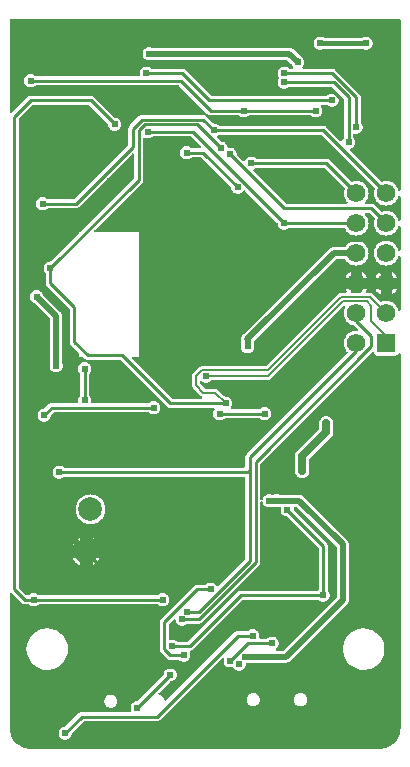
<source format=gbl>
G04 Layer: BottomLayer*
G04 EasyEDA v6.4.32, 2022-03-05 12:23:48*
G04 1b2e3b3a17c3449da9e352887ce741fa,292cea30c40f4109b391fbfe46d023fa,10*
G04 Gerber Generator version 0.2*
G04 Scale: 100 percent, Rotated: No, Reflected: No *
G04 Dimensions in millimeters *
G04 leading zeros omitted , absolute positions ,4 integer and 5 decimal *
%FSLAX45Y45*%
%MOMM*%

%ADD10C,0.2540*%
%ADD11C,0.7000*%
%ADD12C,0.5000*%
%ADD13C,0.1520*%
%ADD14C,0.8000*%
%ADD15C,0.4000*%
%ADD19C,0.6096*%
%ADD52C,1.5748*%
%ADD53R,1.5748X1.5748*%
%ADD54C,2.0000*%

%LPD*%
G36*
X2369718Y-2158492D02*
G01*
X2365806Y-2157730D01*
X2362504Y-2155494D01*
X2090572Y-1883562D01*
X2088388Y-1880311D01*
X2087575Y-1876552D01*
X2088235Y-1872742D01*
X2090318Y-1869439D01*
X2093417Y-1867154D01*
X2098294Y-1864918D01*
X2106320Y-1859280D01*
X2107895Y-1857705D01*
X2111197Y-1855470D01*
X2115108Y-1854707D01*
X2684881Y-1854707D01*
X2688793Y-1855470D01*
X2692095Y-1857705D01*
X2858465Y-2024075D01*
X2860598Y-2027174D01*
X2861462Y-2030831D01*
X2860903Y-2034539D01*
X2858058Y-2043023D01*
X2855366Y-2056434D01*
X2854452Y-2070100D01*
X2855366Y-2083765D01*
X2858058Y-2097176D01*
X2862427Y-2110130D01*
X2868472Y-2122424D01*
X2876092Y-2133803D01*
X2882950Y-2141626D01*
X2884932Y-2144979D01*
X2885490Y-2148789D01*
X2884576Y-2152548D01*
X2882341Y-2155647D01*
X2879140Y-2157780D01*
X2875330Y-2158492D01*
G37*

%LPD*%
G36*
X3323539Y-2304338D02*
G01*
X3319627Y-2303373D01*
X3316376Y-2300986D01*
X3314293Y-2297480D01*
X3309772Y-2284069D01*
X3303727Y-2271776D01*
X3296107Y-2260396D01*
X3287064Y-2250135D01*
X3276803Y-2241092D01*
X3265424Y-2233472D01*
X3253130Y-2227427D01*
X3240176Y-2223058D01*
X3226765Y-2220366D01*
X3213100Y-2219452D01*
X3199434Y-2220366D01*
X3186023Y-2223058D01*
X3177540Y-2225903D01*
X3173831Y-2226462D01*
X3170174Y-2225598D01*
X3167075Y-2223465D01*
X3113735Y-2170176D01*
X3107537Y-2165045D01*
X3100832Y-2161489D01*
X3093618Y-2159304D01*
X3085592Y-2158492D01*
X3042869Y-2158492D01*
X3039059Y-2157780D01*
X3035858Y-2155647D01*
X3033623Y-2152548D01*
X3032709Y-2148789D01*
X3033268Y-2144979D01*
X3035249Y-2141626D01*
X3042107Y-2133803D01*
X3049727Y-2122424D01*
X3055772Y-2110130D01*
X3060141Y-2097176D01*
X3062833Y-2083765D01*
X3063748Y-2070100D01*
X3062833Y-2056434D01*
X3060141Y-2043023D01*
X3055772Y-2030069D01*
X3049727Y-2017775D01*
X3042107Y-2006396D01*
X3033064Y-1996135D01*
X3022803Y-1987092D01*
X3011424Y-1979472D01*
X2999130Y-1973427D01*
X2986176Y-1969058D01*
X2972765Y-1966366D01*
X2959100Y-1965452D01*
X2945434Y-1966366D01*
X2932023Y-1969058D01*
X2923540Y-1971903D01*
X2919831Y-1972462D01*
X2916174Y-1971598D01*
X2913075Y-1969465D01*
X2732735Y-1789175D01*
X2726537Y-1784045D01*
X2719832Y-1780489D01*
X2712618Y-1778304D01*
X2704592Y-1777492D01*
X2115108Y-1777492D01*
X2111197Y-1776730D01*
X2107895Y-1774494D01*
X2106320Y-1772920D01*
X2098294Y-1767281D01*
X2089353Y-1763166D01*
X2079904Y-1760626D01*
X2070100Y-1759762D01*
X2060295Y-1760626D01*
X2050846Y-1763166D01*
X2041906Y-1767281D01*
X2033879Y-1772920D01*
X2026920Y-1779879D01*
X2021281Y-1787906D01*
X2019046Y-1792782D01*
X2016760Y-1795881D01*
X2013457Y-1797964D01*
X2009648Y-1798624D01*
X2005888Y-1797812D01*
X2002637Y-1795627D01*
X1951431Y-1744421D01*
X1949399Y-1741525D01*
X1948484Y-1738122D01*
X1947773Y-1730095D01*
X1945233Y-1720646D01*
X1941118Y-1711706D01*
X1935480Y-1703679D01*
X1928520Y-1696720D01*
X1920493Y-1691081D01*
X1911553Y-1686966D01*
X1902104Y-1684426D01*
X1892300Y-1683562D01*
X1881682Y-1684477D01*
X1878177Y-1684172D01*
X1874977Y-1682699D01*
X1872437Y-1680210D01*
X1870964Y-1677009D01*
X1869033Y-1669846D01*
X1864918Y-1660906D01*
X1859280Y-1652879D01*
X1852320Y-1645920D01*
X1844293Y-1640281D01*
X1835353Y-1636166D01*
X1825904Y-1633626D01*
X1817878Y-1632915D01*
X1814474Y-1632000D01*
X1811578Y-1629968D01*
X1781302Y-1599692D01*
X1778914Y-1595983D01*
X1778355Y-1591614D01*
X1779676Y-1587449D01*
X1782673Y-1584198D01*
X1788820Y-1579880D01*
X1790395Y-1578305D01*
X1793697Y-1576070D01*
X1797608Y-1575308D01*
X2659481Y-1575308D01*
X2663393Y-1576070D01*
X2666695Y-1578305D01*
X3112465Y-2024075D01*
X3114598Y-2027174D01*
X3115462Y-2030831D01*
X3114903Y-2034539D01*
X3112058Y-2043023D01*
X3109366Y-2056434D01*
X3108452Y-2070100D01*
X3109366Y-2083765D01*
X3112058Y-2097176D01*
X3116427Y-2110130D01*
X3122472Y-2122424D01*
X3130092Y-2133803D01*
X3139135Y-2144064D01*
X3149396Y-2153107D01*
X3160776Y-2160727D01*
X3173069Y-2166772D01*
X3186023Y-2171141D01*
X3199434Y-2173833D01*
X3213100Y-2174748D01*
X3226765Y-2173833D01*
X3240176Y-2171141D01*
X3253130Y-2166772D01*
X3265424Y-2160727D01*
X3276803Y-2153107D01*
X3287064Y-2144064D01*
X3296107Y-2133803D01*
X3303727Y-2122424D01*
X3309772Y-2110130D01*
X3314293Y-2096719D01*
X3316376Y-2093214D01*
X3319627Y-2090826D01*
X3323539Y-2089861D01*
X3327552Y-2090521D01*
X3330956Y-2092706D01*
X3333292Y-2096007D01*
X3334105Y-2100021D01*
X3334105Y-2294178D01*
X3333292Y-2298192D01*
X3330956Y-2301494D01*
X3327552Y-2303678D01*
G37*

%LPD*%
G36*
X1404518Y-3809492D02*
G01*
X1400606Y-3808729D01*
X1397304Y-3806494D01*
X1062532Y-3471722D01*
X1060348Y-3468471D01*
X1059586Y-3464560D01*
X1060348Y-3460648D01*
X1062532Y-3457397D01*
X1065834Y-3455162D01*
X1069746Y-3454400D01*
X1116584Y-3454400D01*
X1117600Y-3453384D01*
X1117600Y-2401316D01*
X1116584Y-2400300D01*
X752246Y-2400300D01*
X748334Y-2399538D01*
X745032Y-2397302D01*
X742848Y-2394051D01*
X742086Y-2390140D01*
X742848Y-2386228D01*
X745032Y-2382977D01*
X1144524Y-1983435D01*
X1149654Y-1977237D01*
X1153210Y-1970532D01*
X1155395Y-1963318D01*
X1156208Y-1955292D01*
X1156208Y-1609750D01*
X1157020Y-1605788D01*
X1159306Y-1602435D01*
X1162710Y-1600250D01*
X1166723Y-1599590D01*
X1170686Y-1600555D01*
X1174546Y-1602333D01*
X1183995Y-1604873D01*
X1193800Y-1605737D01*
X1203604Y-1604873D01*
X1213053Y-1602333D01*
X1221994Y-1598218D01*
X1230020Y-1592580D01*
X1231595Y-1591005D01*
X1234897Y-1588770D01*
X1238808Y-1588008D01*
X1554581Y-1588008D01*
X1558493Y-1588770D01*
X1561795Y-1591005D01*
X1642059Y-1671269D01*
X1644243Y-1674520D01*
X1645005Y-1678432D01*
X1644243Y-1682343D01*
X1642059Y-1685594D01*
X1638757Y-1687830D01*
X1634845Y-1688592D01*
X1569008Y-1688592D01*
X1565097Y-1687830D01*
X1561795Y-1685594D01*
X1560220Y-1684020D01*
X1552194Y-1678381D01*
X1543253Y-1674266D01*
X1533804Y-1671726D01*
X1524000Y-1670862D01*
X1514195Y-1671726D01*
X1504746Y-1674266D01*
X1495806Y-1678381D01*
X1487779Y-1684020D01*
X1480820Y-1690979D01*
X1475181Y-1699006D01*
X1471066Y-1707946D01*
X1468526Y-1717395D01*
X1467662Y-1727200D01*
X1468526Y-1737004D01*
X1471066Y-1746453D01*
X1475181Y-1755393D01*
X1480820Y-1763420D01*
X1487779Y-1770380D01*
X1495806Y-1776018D01*
X1504746Y-1780133D01*
X1514195Y-1782673D01*
X1524000Y-1783537D01*
X1533804Y-1782673D01*
X1543253Y-1780133D01*
X1552194Y-1776018D01*
X1560220Y-1770380D01*
X1561795Y-1768805D01*
X1565097Y-1766570D01*
X1569008Y-1765807D01*
X1643481Y-1765807D01*
X1647393Y-1766570D01*
X1650695Y-1768805D01*
X1896668Y-2014778D01*
X1898700Y-2017674D01*
X1899615Y-2021078D01*
X1900326Y-2029104D01*
X1902866Y-2038553D01*
X1906981Y-2047493D01*
X1912620Y-2055520D01*
X1919579Y-2062480D01*
X1927606Y-2068118D01*
X1936546Y-2072233D01*
X1945995Y-2074773D01*
X1955800Y-2075637D01*
X1965604Y-2074773D01*
X1975053Y-2072233D01*
X1983993Y-2068118D01*
X1992020Y-2062480D01*
X1998980Y-2055520D01*
X2003298Y-2049373D01*
X2006549Y-2046376D01*
X2010714Y-2045055D01*
X2015083Y-2045614D01*
X2018792Y-2048002D01*
X2290368Y-2319578D01*
X2292400Y-2322474D01*
X2293315Y-2325878D01*
X2294026Y-2333904D01*
X2296566Y-2343353D01*
X2300681Y-2352294D01*
X2306320Y-2360320D01*
X2313279Y-2367280D01*
X2321306Y-2372918D01*
X2330246Y-2377033D01*
X2339695Y-2379573D01*
X2349500Y-2380437D01*
X2359304Y-2379573D01*
X2368753Y-2377033D01*
X2377694Y-2372918D01*
X2385720Y-2367280D01*
X2387295Y-2365705D01*
X2390597Y-2363470D01*
X2394508Y-2362708D01*
X2855417Y-2362708D01*
X2859074Y-2363419D01*
X2862275Y-2365400D01*
X2864510Y-2368397D01*
X2868472Y-2376424D01*
X2876092Y-2387803D01*
X2885135Y-2398064D01*
X2895396Y-2407107D01*
X2906776Y-2414727D01*
X2919069Y-2420772D01*
X2932023Y-2425141D01*
X2945434Y-2427833D01*
X2959100Y-2428748D01*
X2972765Y-2427833D01*
X2986176Y-2425141D01*
X2999130Y-2420772D01*
X3011424Y-2414727D01*
X3022803Y-2407107D01*
X3033064Y-2398064D01*
X3042107Y-2387803D01*
X3049727Y-2376424D01*
X3055772Y-2364130D01*
X3060141Y-2351176D01*
X3062833Y-2337765D01*
X3063748Y-2324100D01*
X3062833Y-2310434D01*
X3060141Y-2297023D01*
X3055772Y-2284069D01*
X3049727Y-2271776D01*
X3042107Y-2260396D01*
X3035249Y-2252573D01*
X3033268Y-2249220D01*
X3032709Y-2245410D01*
X3033623Y-2241651D01*
X3035858Y-2238552D01*
X3039059Y-2236419D01*
X3042869Y-2235708D01*
X3065881Y-2235708D01*
X3069793Y-2236470D01*
X3073095Y-2238705D01*
X3112465Y-2278075D01*
X3114598Y-2281174D01*
X3115462Y-2284831D01*
X3114903Y-2288540D01*
X3112058Y-2297023D01*
X3109366Y-2310434D01*
X3108452Y-2324100D01*
X3109366Y-2337765D01*
X3112058Y-2351176D01*
X3116427Y-2364130D01*
X3122472Y-2376424D01*
X3130092Y-2387803D01*
X3139135Y-2398064D01*
X3149396Y-2407107D01*
X3160776Y-2414727D01*
X3173069Y-2420772D01*
X3186023Y-2425141D01*
X3199434Y-2427833D01*
X3213100Y-2428748D01*
X3226765Y-2427833D01*
X3240176Y-2425141D01*
X3253130Y-2420772D01*
X3265424Y-2414727D01*
X3276803Y-2407107D01*
X3287064Y-2398064D01*
X3296107Y-2387803D01*
X3303727Y-2376424D01*
X3309772Y-2364130D01*
X3314293Y-2350719D01*
X3316376Y-2347214D01*
X3319627Y-2344826D01*
X3323539Y-2343861D01*
X3327552Y-2344521D01*
X3330956Y-2346706D01*
X3333292Y-2350008D01*
X3334105Y-2354021D01*
X3334105Y-2548178D01*
X3333292Y-2552192D01*
X3330956Y-2555494D01*
X3327552Y-2557678D01*
X3323539Y-2558338D01*
X3319627Y-2557373D01*
X3316376Y-2554986D01*
X3314293Y-2551480D01*
X3309772Y-2538069D01*
X3303727Y-2525776D01*
X3296107Y-2514396D01*
X3287064Y-2504135D01*
X3276803Y-2495092D01*
X3265424Y-2487472D01*
X3253130Y-2481427D01*
X3240176Y-2477058D01*
X3226765Y-2474366D01*
X3213100Y-2473452D01*
X3199434Y-2474366D01*
X3186023Y-2477058D01*
X3173069Y-2481427D01*
X3160776Y-2487472D01*
X3149396Y-2495092D01*
X3139135Y-2504135D01*
X3130092Y-2514396D01*
X3122472Y-2525776D01*
X3116427Y-2538069D01*
X3112058Y-2551023D01*
X3109366Y-2564434D01*
X3108452Y-2578100D01*
X3109366Y-2591765D01*
X3112058Y-2605176D01*
X3116427Y-2618130D01*
X3122472Y-2630424D01*
X3130092Y-2641803D01*
X3139135Y-2652064D01*
X3149396Y-2661107D01*
X3160776Y-2668727D01*
X3173069Y-2674772D01*
X3186023Y-2679141D01*
X3199434Y-2681833D01*
X3213100Y-2682748D01*
X3226765Y-2681833D01*
X3240176Y-2679141D01*
X3253130Y-2674772D01*
X3265424Y-2668727D01*
X3276803Y-2661107D01*
X3287064Y-2652064D01*
X3296107Y-2641803D01*
X3303727Y-2630424D01*
X3309772Y-2618130D01*
X3314293Y-2604719D01*
X3316376Y-2601214D01*
X3319627Y-2598826D01*
X3323539Y-2597861D01*
X3327552Y-2598521D01*
X3330956Y-2600706D01*
X3333292Y-2604008D01*
X3334105Y-2608021D01*
X3334105Y-3056178D01*
X3333292Y-3060192D01*
X3330956Y-3063494D01*
X3327552Y-3065678D01*
X3323539Y-3066338D01*
X3319627Y-3065373D01*
X3316376Y-3062986D01*
X3314293Y-3059480D01*
X3309772Y-3046069D01*
X3303727Y-3033776D01*
X3296107Y-3022396D01*
X3287064Y-3012135D01*
X3276803Y-3003092D01*
X3265424Y-2995472D01*
X3253130Y-2989427D01*
X3240176Y-2985058D01*
X3226765Y-2982366D01*
X3213100Y-2981452D01*
X3199434Y-2982366D01*
X3186023Y-2985058D01*
X3172206Y-2989783D01*
X3168497Y-2990291D01*
X3164840Y-2989478D01*
X3161741Y-2987344D01*
X3097479Y-2923082D01*
X3091637Y-2918358D01*
X3085388Y-2915158D01*
X3078480Y-2913329D01*
X3072993Y-2912872D01*
X3049524Y-2912872D01*
X3045764Y-2912160D01*
X3042513Y-2910078D01*
X3040278Y-2906928D01*
X3039364Y-2903169D01*
X3039973Y-2899359D01*
X3042107Y-2895803D01*
X3049727Y-2884424D01*
X3052978Y-2877820D01*
X3004820Y-2877820D01*
X3004820Y-2902712D01*
X3004058Y-2906623D01*
X3001822Y-2909925D01*
X2998571Y-2912110D01*
X2994660Y-2912872D01*
X2923540Y-2912872D01*
X2919628Y-2912110D01*
X2916377Y-2909925D01*
X2914142Y-2906623D01*
X2913380Y-2902712D01*
X2913380Y-2877820D01*
X2865221Y-2877820D01*
X2868472Y-2884424D01*
X2876296Y-2896057D01*
X2878277Y-2899359D01*
X2878836Y-2903169D01*
X2877921Y-2906928D01*
X2875686Y-2910078D01*
X2872435Y-2912160D01*
X2868676Y-2912872D01*
X2832608Y-2912872D01*
X2825140Y-2913684D01*
X2818485Y-2915818D01*
X2812338Y-2919425D01*
X2808122Y-2922981D01*
X2198878Y-3532225D01*
X2195576Y-3534410D01*
X2191715Y-3535172D01*
X1651507Y-3535172D01*
X1644040Y-3535984D01*
X1637385Y-3538118D01*
X1631238Y-3541725D01*
X1627022Y-3545281D01*
X1576882Y-3595420D01*
X1572158Y-3601262D01*
X1568958Y-3607511D01*
X1567129Y-3614420D01*
X1566672Y-3619906D01*
X1566672Y-3695192D01*
X1567484Y-3702659D01*
X1569618Y-3709314D01*
X1573225Y-3715461D01*
X1576781Y-3719677D01*
X1639620Y-3782517D01*
X1645513Y-3787292D01*
X1651355Y-3790289D01*
X1654759Y-3793185D01*
X1656638Y-3797249D01*
X1656537Y-3801719D01*
X1654556Y-3805732D01*
X1651050Y-3808526D01*
X1646682Y-3809492D01*
G37*

%LPC*%
G36*
X2038705Y-3424072D02*
G01*
X2048459Y-3423208D01*
X2057958Y-3420668D01*
X2066848Y-3416503D01*
X2074925Y-3410864D01*
X2081834Y-3403955D01*
X2087473Y-3395878D01*
X2091639Y-3386988D01*
X2094179Y-3377488D01*
X2095042Y-3367735D01*
X2094179Y-3357930D01*
X2091639Y-3348431D01*
X2090521Y-3346094D01*
X2089607Y-3341827D01*
X2089607Y-3333699D01*
X2090521Y-3329432D01*
X2093163Y-3325317D01*
X2786481Y-2631998D01*
X2789732Y-2629763D01*
X2793644Y-2629001D01*
X2862122Y-2629001D01*
X2865374Y-2629560D01*
X2868320Y-2631084D01*
X2870555Y-2633522D01*
X2876092Y-2641803D01*
X2885135Y-2652064D01*
X2895396Y-2661107D01*
X2906776Y-2668727D01*
X2919069Y-2674772D01*
X2932023Y-2679141D01*
X2945434Y-2681833D01*
X2959100Y-2682748D01*
X2972765Y-2681833D01*
X2986176Y-2679141D01*
X2999130Y-2674772D01*
X3011424Y-2668727D01*
X3022803Y-2661107D01*
X3033064Y-2652064D01*
X3042107Y-2641803D01*
X3049727Y-2630424D01*
X3055772Y-2618130D01*
X3060141Y-2605176D01*
X3062833Y-2591765D01*
X3063748Y-2578100D01*
X3062833Y-2564434D01*
X3060141Y-2551023D01*
X3055772Y-2538069D01*
X3049727Y-2525776D01*
X3042107Y-2514396D01*
X3033064Y-2504135D01*
X3022803Y-2495092D01*
X3011424Y-2487472D01*
X2999130Y-2481427D01*
X2986176Y-2477058D01*
X2972765Y-2474366D01*
X2959100Y-2473452D01*
X2945434Y-2474366D01*
X2932023Y-2477058D01*
X2919069Y-2481427D01*
X2906776Y-2487472D01*
X2895396Y-2495092D01*
X2885135Y-2504135D01*
X2876092Y-2514396D01*
X2870555Y-2522677D01*
X2868320Y-2525115D01*
X2865374Y-2526639D01*
X2862122Y-2527198D01*
X2768549Y-2527198D01*
X2763926Y-2527401D01*
X2759506Y-2527960D01*
X2755188Y-2528925D01*
X2750921Y-2530246D01*
X2746857Y-2531973D01*
X2742895Y-2534005D01*
X2739136Y-2536393D01*
X2735630Y-2539085D01*
X2732176Y-2542235D01*
X2021027Y-3253435D01*
X2018131Y-3255467D01*
X2010511Y-3259023D01*
X2002434Y-3264662D01*
X1995525Y-3271570D01*
X1989886Y-3279648D01*
X1985721Y-3288537D01*
X1983181Y-3298037D01*
X1982317Y-3307842D01*
X1983181Y-3317595D01*
X1985721Y-3327095D01*
X1986838Y-3329432D01*
X1987753Y-3333699D01*
X1987753Y-3341827D01*
X1986838Y-3346094D01*
X1985721Y-3348431D01*
X1983181Y-3357930D01*
X1982317Y-3367735D01*
X1983181Y-3377488D01*
X1985721Y-3386988D01*
X1989886Y-3395878D01*
X1995525Y-3403955D01*
X2002434Y-3410864D01*
X2010511Y-3416503D01*
X2019401Y-3420668D01*
X2028901Y-3423208D01*
G37*
G36*
X3258820Y-2925978D02*
G01*
X3265424Y-2922727D01*
X3276803Y-2915107D01*
X3287064Y-2906064D01*
X3296107Y-2895803D01*
X3303727Y-2884424D01*
X3306978Y-2877820D01*
X3258820Y-2877820D01*
G37*
G36*
X3167380Y-2925978D02*
G01*
X3167380Y-2877820D01*
X3119221Y-2877820D01*
X3122472Y-2884424D01*
X3130092Y-2895803D01*
X3139135Y-2906064D01*
X3149396Y-2915107D01*
X3160776Y-2922727D01*
G37*
G36*
X3119221Y-2786380D02*
G01*
X3167380Y-2786380D01*
X3167380Y-2738221D01*
X3160776Y-2741472D01*
X3149396Y-2749092D01*
X3139135Y-2758135D01*
X3130092Y-2768396D01*
X3122472Y-2779776D01*
G37*
G36*
X2865221Y-2786380D02*
G01*
X2913380Y-2786380D01*
X2913380Y-2738221D01*
X2906776Y-2741472D01*
X2895396Y-2749092D01*
X2885135Y-2758135D01*
X2876092Y-2768396D01*
X2868472Y-2779776D01*
G37*
G36*
X3258820Y-2786380D02*
G01*
X3306978Y-2786380D01*
X3303727Y-2779776D01*
X3296107Y-2768396D01*
X3287064Y-2758135D01*
X3276803Y-2749092D01*
X3265424Y-2741472D01*
X3258820Y-2738221D01*
G37*
G36*
X3004820Y-2786380D02*
G01*
X3052978Y-2786380D01*
X3049727Y-2779776D01*
X3042107Y-2768396D01*
X3033064Y-2758135D01*
X3022803Y-2749092D01*
X3011424Y-2741472D01*
X3004820Y-2738221D01*
G37*

%LPD*%
G36*
X1442008Y-5866892D02*
G01*
X1438097Y-5866130D01*
X1434795Y-5863894D01*
X1433220Y-5862320D01*
X1425194Y-5856681D01*
X1416253Y-5852566D01*
X1406804Y-5850026D01*
X1397000Y-5849162D01*
X1387195Y-5850026D01*
X1384909Y-5850636D01*
X1381201Y-5850940D01*
X1377645Y-5849874D01*
X1374698Y-5847588D01*
X1372768Y-5844438D01*
X1372108Y-5840831D01*
X1372108Y-5722518D01*
X1372870Y-5718606D01*
X1375105Y-5715304D01*
X1412849Y-5677560D01*
X1415999Y-5675426D01*
X1419758Y-5674563D01*
X1423517Y-5675172D01*
X1426768Y-5677154D01*
X1429105Y-5680151D01*
X1430172Y-5683859D01*
X1430426Y-5686704D01*
X1432966Y-5696153D01*
X1437081Y-5705094D01*
X1442720Y-5713120D01*
X1449679Y-5720080D01*
X1457706Y-5725718D01*
X1466646Y-5729833D01*
X1476095Y-5732373D01*
X1485900Y-5733237D01*
X1495704Y-5732373D01*
X1505153Y-5729833D01*
X1514094Y-5725718D01*
X1522120Y-5720080D01*
X1523695Y-5718505D01*
X1526997Y-5716270D01*
X1530908Y-5715508D01*
X1625092Y-5715508D01*
X1633118Y-5714695D01*
X1640332Y-5712510D01*
X1647037Y-5708954D01*
X1653235Y-5703824D01*
X2135124Y-5221935D01*
X2140254Y-5215737D01*
X2143810Y-5209032D01*
X2145995Y-5201818D01*
X2146808Y-5193792D01*
X2146808Y-4685182D01*
X2147671Y-4681118D01*
X2150059Y-4677714D01*
X2153615Y-4675581D01*
X2157730Y-4675022D01*
X2161692Y-4676190D01*
X2164892Y-4678832D01*
X2166772Y-4682540D01*
X2169566Y-4692853D01*
X2173681Y-4701794D01*
X2179320Y-4709820D01*
X2186279Y-4716780D01*
X2194306Y-4722418D01*
X2203246Y-4726533D01*
X2212695Y-4729073D01*
X2222500Y-4729937D01*
X2232304Y-4729073D01*
X2241753Y-4726533D01*
X2244090Y-4725466D01*
X2248408Y-4724501D01*
X2260092Y-4724501D01*
X2264410Y-4725466D01*
X2266746Y-4726533D01*
X2276195Y-4729073D01*
X2286000Y-4729937D01*
X2295804Y-4729073D01*
X2309520Y-4725365D01*
X2313279Y-4725873D01*
X2316632Y-4727752D01*
X2319020Y-4730699D01*
X2320188Y-4734356D01*
X2319883Y-4738166D01*
X2319426Y-4739995D01*
X2318562Y-4749800D01*
X2319426Y-4759604D01*
X2321966Y-4769053D01*
X2326081Y-4777994D01*
X2331720Y-4786020D01*
X2338679Y-4792980D01*
X2346706Y-4798618D01*
X2355646Y-4802733D01*
X2365095Y-4805273D01*
X2373122Y-4805984D01*
X2376525Y-4806899D01*
X2379421Y-4808931D01*
X2638094Y-5067604D01*
X2640330Y-5070906D01*
X2641092Y-5074818D01*
X2641092Y-5424932D01*
X2640330Y-5428843D01*
X2638094Y-5432094D01*
X2634843Y-5434330D01*
X2630932Y-5435092D01*
X1981707Y-5435092D01*
X1973681Y-5435904D01*
X1966468Y-5438089D01*
X1959762Y-5441645D01*
X1953564Y-5446776D01*
X1536395Y-5863894D01*
X1533093Y-5866130D01*
X1529181Y-5866892D01*
G37*

%LPD*%
G36*
X200863Y-6774078D02*
G01*
X182422Y-6773164D01*
X165557Y-6770573D01*
X148996Y-6766407D01*
X132943Y-6760616D01*
X117500Y-6753250D01*
X102870Y-6744411D01*
X89204Y-6734200D01*
X76606Y-6722719D01*
X65125Y-6710019D01*
X55016Y-6696252D01*
X46278Y-6681622D01*
X39014Y-6666128D01*
X33324Y-6650024D01*
X29209Y-6633464D01*
X26771Y-6616547D01*
X25908Y-6599123D01*
X25908Y-5464454D01*
X26670Y-5460542D01*
X28905Y-5457240D01*
X32156Y-5455056D01*
X36068Y-5454294D01*
X39979Y-5455056D01*
X43230Y-5457240D01*
X124764Y-5538724D01*
X130962Y-5543854D01*
X137668Y-5547410D01*
X144881Y-5549595D01*
X152908Y-5550408D01*
X183591Y-5550408D01*
X187502Y-5551170D01*
X190804Y-5553405D01*
X192379Y-5554980D01*
X200406Y-5560618D01*
X209346Y-5564733D01*
X218795Y-5567273D01*
X228600Y-5568137D01*
X238404Y-5567273D01*
X247853Y-5564733D01*
X256794Y-5560618D01*
X264820Y-5554980D01*
X266395Y-5553405D01*
X269697Y-5551170D01*
X273608Y-5550408D01*
X1275791Y-5550408D01*
X1279702Y-5551170D01*
X1283004Y-5553405D01*
X1284579Y-5554980D01*
X1292606Y-5560618D01*
X1301546Y-5564733D01*
X1310995Y-5567273D01*
X1320800Y-5568137D01*
X1330604Y-5567273D01*
X1340053Y-5564733D01*
X1348994Y-5560618D01*
X1357020Y-5554980D01*
X1363980Y-5548020D01*
X1369618Y-5539994D01*
X1373733Y-5531053D01*
X1376273Y-5521604D01*
X1377137Y-5511800D01*
X1376273Y-5501995D01*
X1373733Y-5492546D01*
X1369618Y-5483606D01*
X1363980Y-5475579D01*
X1357020Y-5468620D01*
X1348994Y-5462981D01*
X1340053Y-5458866D01*
X1330604Y-5456326D01*
X1320800Y-5455462D01*
X1310995Y-5456326D01*
X1301546Y-5458866D01*
X1292606Y-5462981D01*
X1284579Y-5468620D01*
X1283004Y-5470194D01*
X1279702Y-5472430D01*
X1275791Y-5473192D01*
X273608Y-5473192D01*
X269697Y-5472430D01*
X266395Y-5470194D01*
X264820Y-5468620D01*
X256794Y-5462981D01*
X247853Y-5458866D01*
X238404Y-5456326D01*
X228600Y-5455462D01*
X218795Y-5456326D01*
X209346Y-5458866D01*
X200406Y-5462981D01*
X192379Y-5468620D01*
X190804Y-5470194D01*
X187502Y-5472430D01*
X183591Y-5473192D01*
X172618Y-5473192D01*
X168706Y-5472430D01*
X165404Y-5470194D01*
X105105Y-5409895D01*
X102870Y-5406593D01*
X102108Y-5402681D01*
X102108Y-1442618D01*
X102870Y-1438706D01*
X105105Y-1435404D01*
X216204Y-1324305D01*
X219506Y-1322070D01*
X223418Y-1321308D01*
X690118Y-1321308D01*
X694029Y-1322070D01*
X697331Y-1324305D01*
X854405Y-1481378D01*
X856437Y-1484274D01*
X857351Y-1487678D01*
X858062Y-1495704D01*
X860602Y-1505153D01*
X864717Y-1514094D01*
X870356Y-1522120D01*
X877316Y-1529080D01*
X885342Y-1534718D01*
X894283Y-1538833D01*
X903732Y-1541373D01*
X913536Y-1542237D01*
X923340Y-1541373D01*
X932789Y-1538833D01*
X941730Y-1534718D01*
X949756Y-1529080D01*
X956716Y-1522120D01*
X962355Y-1514094D01*
X966469Y-1505153D01*
X969010Y-1495704D01*
X969873Y-1485900D01*
X969010Y-1476095D01*
X966469Y-1466646D01*
X962355Y-1457706D01*
X956716Y-1449679D01*
X949756Y-1442720D01*
X941730Y-1437081D01*
X932789Y-1432966D01*
X923340Y-1430426D01*
X915314Y-1429715D01*
X911910Y-1428800D01*
X909015Y-1426768D01*
X737971Y-1255776D01*
X731774Y-1250645D01*
X725119Y-1247089D01*
X717854Y-1244904D01*
X709828Y-1244092D01*
X203708Y-1244092D01*
X195681Y-1244904D01*
X188468Y-1247089D01*
X181762Y-1250645D01*
X175564Y-1255776D01*
X43230Y-1388059D01*
X39979Y-1390243D01*
X36068Y-1391005D01*
X32156Y-1390243D01*
X28905Y-1388059D01*
X26670Y-1384757D01*
X25908Y-1380845D01*
X25908Y-601624D01*
X26670Y-597712D01*
X28905Y-594410D01*
X32156Y-592226D01*
X36068Y-591464D01*
X3323945Y-591464D01*
X3327806Y-592226D01*
X3331108Y-594410D01*
X3333343Y-597712D01*
X3334105Y-601624D01*
X3334105Y-2040178D01*
X3333292Y-2044192D01*
X3330956Y-2047493D01*
X3327552Y-2049678D01*
X3323539Y-2050338D01*
X3319627Y-2049373D01*
X3316376Y-2046986D01*
X3314293Y-2043480D01*
X3309772Y-2030069D01*
X3303727Y-2017775D01*
X3296107Y-2006396D01*
X3287064Y-1996135D01*
X3276803Y-1987092D01*
X3265424Y-1979472D01*
X3253130Y-1973427D01*
X3240176Y-1969058D01*
X3226765Y-1966366D01*
X3213100Y-1965452D01*
X3199434Y-1966366D01*
X3186023Y-1969058D01*
X3177540Y-1971903D01*
X3173831Y-1972462D01*
X3170174Y-1971598D01*
X3167075Y-1969465D01*
X2906776Y-1709216D01*
X2904490Y-1705660D01*
X2903829Y-1701495D01*
X2904947Y-1697380D01*
X2907588Y-1694129D01*
X2911348Y-1692198D01*
X2914853Y-1691233D01*
X2923794Y-1687118D01*
X2931820Y-1681480D01*
X2938780Y-1674520D01*
X2944418Y-1666493D01*
X2948533Y-1657553D01*
X2951073Y-1648104D01*
X2951937Y-1638300D01*
X2951073Y-1628495D01*
X2948533Y-1619046D01*
X2944418Y-1610106D01*
X2938780Y-1602079D01*
X2937205Y-1600504D01*
X2934970Y-1597202D01*
X2934208Y-1593291D01*
X2934208Y-1575968D01*
X2934868Y-1572361D01*
X2936798Y-1569212D01*
X2939745Y-1566926D01*
X2943301Y-1565859D01*
X2947009Y-1566164D01*
X2949295Y-1566773D01*
X2959100Y-1567637D01*
X2968904Y-1566773D01*
X2978353Y-1564233D01*
X2987294Y-1560118D01*
X2995320Y-1554480D01*
X3002280Y-1547520D01*
X3007918Y-1539494D01*
X3012033Y-1530553D01*
X3014573Y-1521104D01*
X3015437Y-1511300D01*
X3014573Y-1501495D01*
X3012033Y-1492046D01*
X3007918Y-1483106D01*
X3002280Y-1475079D01*
X3000705Y-1473504D01*
X2998470Y-1470202D01*
X2997708Y-1466291D01*
X2997708Y-1257808D01*
X2996895Y-1249781D01*
X2994710Y-1242568D01*
X2991154Y-1235862D01*
X2986024Y-1229664D01*
X2783535Y-1027176D01*
X2777337Y-1022045D01*
X2770632Y-1018489D01*
X2763418Y-1016304D01*
X2755392Y-1015492D01*
X2511298Y-1015492D01*
X2507386Y-1014730D01*
X2504084Y-1012494D01*
X2501900Y-1009243D01*
X2501138Y-1005332D01*
X2501900Y-1001420D01*
X2504084Y-998169D01*
X2506980Y-995273D01*
X2512618Y-987247D01*
X2516733Y-978306D01*
X2519273Y-968857D01*
X2520137Y-959053D01*
X2519273Y-949248D01*
X2516733Y-939800D01*
X2512618Y-930859D01*
X2506980Y-922832D01*
X2500020Y-915873D01*
X2491994Y-910234D01*
X2484170Y-906627D01*
X2481275Y-904595D01*
X2429865Y-853135D01*
X2426411Y-849985D01*
X2422906Y-847293D01*
X2419146Y-844905D01*
X2415184Y-842873D01*
X2411120Y-841146D01*
X2406853Y-839825D01*
X2402535Y-838860D01*
X2398115Y-838301D01*
X2393492Y-838098D01*
X1232408Y-838098D01*
X1228090Y-837133D01*
X1225753Y-836066D01*
X1216304Y-833526D01*
X1206500Y-832662D01*
X1196695Y-833526D01*
X1187246Y-836066D01*
X1178306Y-840181D01*
X1170279Y-845819D01*
X1163320Y-852779D01*
X1157681Y-860806D01*
X1153566Y-869746D01*
X1151026Y-879195D01*
X1150162Y-889000D01*
X1151026Y-898804D01*
X1153566Y-908253D01*
X1157681Y-917194D01*
X1163320Y-925220D01*
X1170279Y-932180D01*
X1178306Y-937818D01*
X1187246Y-941933D01*
X1196695Y-944473D01*
X1206500Y-945337D01*
X1216304Y-944473D01*
X1225753Y-941933D01*
X1228090Y-940866D01*
X1232408Y-939901D01*
X2368397Y-939901D01*
X2372309Y-940663D01*
X2375560Y-942898D01*
X2409444Y-976731D01*
X2411476Y-979627D01*
X2414981Y-987247D01*
X2420620Y-995273D01*
X2423515Y-998169D01*
X2425700Y-1001420D01*
X2426462Y-1005332D01*
X2425700Y-1009243D01*
X2423515Y-1012494D01*
X2420213Y-1014730D01*
X2416302Y-1015492D01*
X2394508Y-1015492D01*
X2390597Y-1014730D01*
X2387295Y-1012494D01*
X2385720Y-1010919D01*
X2377694Y-1005281D01*
X2368753Y-1001166D01*
X2359304Y-998626D01*
X2349500Y-997762D01*
X2339695Y-998626D01*
X2330246Y-1001166D01*
X2321306Y-1005281D01*
X2313279Y-1010919D01*
X2306320Y-1017879D01*
X2300681Y-1025906D01*
X2296566Y-1034846D01*
X2294026Y-1044295D01*
X2293162Y-1054100D01*
X2294026Y-1063904D01*
X2296566Y-1073353D01*
X2300681Y-1082294D01*
X2303576Y-1086358D01*
X2305202Y-1090168D01*
X2305202Y-1094232D01*
X2303576Y-1098042D01*
X2300681Y-1102106D01*
X2296566Y-1111046D01*
X2294026Y-1120495D01*
X2293162Y-1130300D01*
X2294026Y-1140104D01*
X2296566Y-1149553D01*
X2300681Y-1158494D01*
X2306320Y-1166520D01*
X2313279Y-1173480D01*
X2321306Y-1179118D01*
X2330246Y-1183233D01*
X2339695Y-1185773D01*
X2349500Y-1186637D01*
X2359304Y-1185773D01*
X2368753Y-1183233D01*
X2377694Y-1179118D01*
X2385720Y-1173480D01*
X2387295Y-1171905D01*
X2390597Y-1169670D01*
X2394508Y-1168908D01*
X2748381Y-1168908D01*
X2752293Y-1169670D01*
X2755595Y-1171905D01*
X2853994Y-1270304D01*
X2856230Y-1273606D01*
X2856992Y-1277518D01*
X2856992Y-1593291D01*
X2856230Y-1597202D01*
X2853994Y-1600504D01*
X2852420Y-1602079D01*
X2846781Y-1610106D01*
X2842666Y-1619046D01*
X2841701Y-1622552D01*
X2839770Y-1626311D01*
X2836519Y-1628952D01*
X2832404Y-1630070D01*
X2828239Y-1629410D01*
X2824683Y-1627124D01*
X2707335Y-1509776D01*
X2701137Y-1504645D01*
X2694432Y-1501089D01*
X2687218Y-1498904D01*
X2679192Y-1498092D01*
X1797608Y-1498092D01*
X1793697Y-1497330D01*
X1790395Y-1495094D01*
X1788820Y-1493520D01*
X1780793Y-1487881D01*
X1771853Y-1483766D01*
X1762404Y-1481226D01*
X1754378Y-1480515D01*
X1750974Y-1479600D01*
X1748078Y-1477568D01*
X1691335Y-1420876D01*
X1685137Y-1415745D01*
X1678432Y-1412189D01*
X1671218Y-1410004D01*
X1663192Y-1409192D01*
X1143508Y-1409192D01*
X1135481Y-1410004D01*
X1128268Y-1412189D01*
X1121562Y-1415745D01*
X1115364Y-1420876D01*
X1039876Y-1496364D01*
X1034745Y-1502562D01*
X1031189Y-1509268D01*
X1029004Y-1516481D01*
X1028192Y-1524508D01*
X1028192Y-1656181D01*
X1027430Y-1660093D01*
X1025194Y-1663395D01*
X571195Y-2117394D01*
X567893Y-2119630D01*
X563981Y-2120392D01*
X349808Y-2120392D01*
X345897Y-2119630D01*
X342595Y-2117394D01*
X341020Y-2115820D01*
X332994Y-2110181D01*
X324053Y-2106066D01*
X314604Y-2103526D01*
X304800Y-2102662D01*
X294995Y-2103526D01*
X285546Y-2106066D01*
X276606Y-2110181D01*
X268579Y-2115820D01*
X261620Y-2122779D01*
X255981Y-2130806D01*
X251866Y-2139746D01*
X249326Y-2149195D01*
X248462Y-2159000D01*
X249326Y-2168804D01*
X251866Y-2178253D01*
X255981Y-2187194D01*
X261620Y-2195220D01*
X268579Y-2202180D01*
X276606Y-2207818D01*
X285546Y-2211933D01*
X294995Y-2214473D01*
X304800Y-2215337D01*
X314604Y-2214473D01*
X324053Y-2211933D01*
X332994Y-2207818D01*
X341020Y-2202180D01*
X342595Y-2200605D01*
X345897Y-2198370D01*
X349808Y-2197608D01*
X583692Y-2197608D01*
X591718Y-2196795D01*
X598932Y-2194610D01*
X605637Y-2191054D01*
X611835Y-2185924D01*
X1061669Y-1736140D01*
X1064920Y-1733956D01*
X1068832Y-1733194D01*
X1072743Y-1733956D01*
X1075994Y-1736140D01*
X1078230Y-1739442D01*
X1078992Y-1743354D01*
X1078992Y-1935581D01*
X1078230Y-1939493D01*
X1075994Y-1942795D01*
X621487Y-2397302D01*
X618185Y-2399538D01*
X614273Y-2400300D01*
X609752Y-2400452D01*
X609600Y-2404973D01*
X608838Y-2408885D01*
X606602Y-2412187D01*
X372821Y-2645968D01*
X369925Y-2648000D01*
X366522Y-2648915D01*
X358495Y-2649626D01*
X349046Y-2652166D01*
X340106Y-2656281D01*
X332079Y-2661920D01*
X325120Y-2668879D01*
X319481Y-2676906D01*
X315366Y-2685846D01*
X312826Y-2695295D01*
X311962Y-2705100D01*
X312826Y-2714904D01*
X315366Y-2724353D01*
X319481Y-2733294D01*
X325120Y-2741320D01*
X326694Y-2742895D01*
X328930Y-2746197D01*
X329692Y-2750108D01*
X329692Y-2831592D01*
X330504Y-2839618D01*
X332689Y-2846832D01*
X336245Y-2853537D01*
X341376Y-2859735D01*
X529894Y-3048304D01*
X532130Y-3051606D01*
X532892Y-3055518D01*
X532892Y-3326892D01*
X533704Y-3334918D01*
X535889Y-3342132D01*
X539445Y-3348837D01*
X544576Y-3355035D01*
X606602Y-3417112D01*
X608838Y-3420414D01*
X609600Y-3424326D01*
X609600Y-3453384D01*
X610616Y-3454400D01*
X639673Y-3454400D01*
X643585Y-3455162D01*
X646887Y-3457397D01*
X658164Y-3468624D01*
X664362Y-3473754D01*
X671068Y-3477310D01*
X678281Y-3479495D01*
X686308Y-3480308D01*
X957681Y-3480308D01*
X961593Y-3481070D01*
X964895Y-3483305D01*
X1356664Y-3875024D01*
X1362862Y-3880154D01*
X1369568Y-3883710D01*
X1376781Y-3885895D01*
X1384808Y-3886708D01*
X1750568Y-3886708D01*
X1754886Y-3887673D01*
X1758340Y-3890314D01*
X1760372Y-3894226D01*
X1760575Y-3898646D01*
X1758899Y-3902710D01*
X1754581Y-3908806D01*
X1750466Y-3917746D01*
X1747926Y-3927195D01*
X1747062Y-3937000D01*
X1747926Y-3946804D01*
X1750466Y-3956253D01*
X1754581Y-3965194D01*
X1760220Y-3973220D01*
X1767179Y-3980179D01*
X1775206Y-3985818D01*
X1784146Y-3989933D01*
X1793595Y-3992473D01*
X1803400Y-3993337D01*
X1813204Y-3992473D01*
X1822653Y-3989933D01*
X1831593Y-3985818D01*
X1839620Y-3980179D01*
X1841195Y-3978605D01*
X1844497Y-3976370D01*
X1848408Y-3975608D01*
X2139391Y-3975608D01*
X2143302Y-3976370D01*
X2146604Y-3978605D01*
X2148179Y-3980179D01*
X2156206Y-3985818D01*
X2165146Y-3989933D01*
X2174595Y-3992473D01*
X2184400Y-3993337D01*
X2194204Y-3992473D01*
X2203653Y-3989933D01*
X2212594Y-3985818D01*
X2220620Y-3980179D01*
X2227580Y-3973220D01*
X2233218Y-3965194D01*
X2237333Y-3956253D01*
X2239873Y-3946804D01*
X2240737Y-3937000D01*
X2239873Y-3927195D01*
X2237333Y-3917746D01*
X2233218Y-3908806D01*
X2227580Y-3900779D01*
X2220620Y-3893820D01*
X2212594Y-3888181D01*
X2203653Y-3884066D01*
X2194204Y-3881526D01*
X2184400Y-3880662D01*
X2174595Y-3881526D01*
X2165146Y-3884066D01*
X2156206Y-3888181D01*
X2148179Y-3893820D01*
X2146604Y-3895394D01*
X2143302Y-3897629D01*
X2139391Y-3898392D01*
X1907032Y-3898392D01*
X1902714Y-3897426D01*
X1899259Y-3894785D01*
X1897227Y-3890873D01*
X1897024Y-3886454D01*
X1898700Y-3882390D01*
X1903018Y-3876294D01*
X1907133Y-3867353D01*
X1909673Y-3857904D01*
X1910537Y-3848100D01*
X1909673Y-3838295D01*
X1907133Y-3828846D01*
X1903018Y-3819906D01*
X1897380Y-3811879D01*
X1890420Y-3804920D01*
X1882393Y-3799281D01*
X1873453Y-3795166D01*
X1864004Y-3792626D01*
X1854200Y-3791762D01*
X1850694Y-3792067D01*
X1846325Y-3791508D01*
X1842617Y-3789121D01*
X1789379Y-3735882D01*
X1783537Y-3731158D01*
X1777288Y-3727958D01*
X1770380Y-3726129D01*
X1764893Y-3725672D01*
X1681784Y-3725672D01*
X1677924Y-3724910D01*
X1674622Y-3722725D01*
X1636674Y-3684778D01*
X1634489Y-3681476D01*
X1633728Y-3677615D01*
X1633728Y-3668014D01*
X1634489Y-3664153D01*
X1636674Y-3660851D01*
X1639976Y-3658615D01*
X1643888Y-3657854D01*
X1647748Y-3658615D01*
X1651050Y-3660851D01*
X1652879Y-3662679D01*
X1660906Y-3668318D01*
X1669846Y-3672433D01*
X1679295Y-3674973D01*
X1689100Y-3675837D01*
X1698904Y-3674973D01*
X1708353Y-3672433D01*
X1717293Y-3668318D01*
X1725320Y-3662679D01*
X1732025Y-3655974D01*
X1735277Y-3653790D01*
X1739188Y-3653028D01*
X2209292Y-3653028D01*
X2216759Y-3652215D01*
X2223414Y-3650081D01*
X2229561Y-3646474D01*
X2233777Y-3642918D01*
X2849880Y-3026816D01*
X2853283Y-3024581D01*
X2857246Y-3023819D01*
X2861208Y-3024733D01*
X2864510Y-3027070D01*
X2866593Y-3030575D01*
X2867202Y-3034588D01*
X2866186Y-3038500D01*
X2862427Y-3046069D01*
X2858058Y-3059023D01*
X2855366Y-3072434D01*
X2854452Y-3086100D01*
X2855366Y-3099765D01*
X2858058Y-3113176D01*
X2862427Y-3126130D01*
X2868472Y-3138424D01*
X2876092Y-3149803D01*
X2885135Y-3160064D01*
X2895396Y-3169107D01*
X2906776Y-3176727D01*
X2919069Y-3182772D01*
X2932023Y-3187141D01*
X2941523Y-3189071D01*
X2944317Y-3190036D01*
X2946755Y-3191814D01*
X2973476Y-3218586D01*
X2975711Y-3221990D01*
X2976473Y-3226003D01*
X2975559Y-3229965D01*
X2973171Y-3233267D01*
X2969666Y-3235350D01*
X2965653Y-3235909D01*
X2959100Y-3235452D01*
X2945434Y-3236366D01*
X2932023Y-3239058D01*
X2919069Y-3243427D01*
X2906776Y-3249472D01*
X2895396Y-3257092D01*
X2885135Y-3266135D01*
X2876092Y-3276396D01*
X2868472Y-3287776D01*
X2862427Y-3300069D01*
X2858058Y-3313023D01*
X2855366Y-3326434D01*
X2854452Y-3340100D01*
X2855366Y-3353765D01*
X2858058Y-3367176D01*
X2862427Y-3380130D01*
X2868472Y-3392424D01*
X2876092Y-3403803D01*
X2883001Y-3411677D01*
X2884932Y-3414928D01*
X2885541Y-3418687D01*
X2884678Y-3422396D01*
X2882544Y-3425545D01*
X2030475Y-4277664D01*
X2025345Y-4283862D01*
X2021789Y-4290568D01*
X2019604Y-4297781D01*
X2018792Y-4305808D01*
X2018792Y-4383532D01*
X2018030Y-4387443D01*
X2015794Y-4390694D01*
X2012543Y-4392930D01*
X2008632Y-4393692D01*
X489508Y-4393692D01*
X485597Y-4392930D01*
X482295Y-4390694D01*
X480720Y-4389120D01*
X472693Y-4383481D01*
X463753Y-4379366D01*
X454304Y-4376826D01*
X444500Y-4375962D01*
X434695Y-4376826D01*
X425246Y-4379366D01*
X416306Y-4383481D01*
X408279Y-4389120D01*
X401320Y-4396079D01*
X395681Y-4404106D01*
X391566Y-4413046D01*
X389026Y-4422495D01*
X388162Y-4432300D01*
X389026Y-4442104D01*
X391566Y-4451553D01*
X395681Y-4460494D01*
X401320Y-4468520D01*
X408279Y-4475480D01*
X416306Y-4481118D01*
X425246Y-4485233D01*
X434695Y-4487773D01*
X444500Y-4488637D01*
X454304Y-4487773D01*
X463753Y-4485233D01*
X472693Y-4481118D01*
X480720Y-4475480D01*
X482295Y-4473905D01*
X485597Y-4471670D01*
X489508Y-4470908D01*
X2008632Y-4470908D01*
X2012543Y-4471670D01*
X2015794Y-4473905D01*
X2018030Y-4477156D01*
X2018792Y-4481068D01*
X2018792Y-5161381D01*
X2018030Y-5165293D01*
X2015794Y-5168595D01*
X1790192Y-5394198D01*
X1786483Y-5396585D01*
X1782114Y-5397144D01*
X1777949Y-5395823D01*
X1774698Y-5392826D01*
X1770380Y-5386679D01*
X1763420Y-5379720D01*
X1755393Y-5374081D01*
X1746453Y-5369966D01*
X1737004Y-5367426D01*
X1727200Y-5366562D01*
X1717395Y-5367426D01*
X1707946Y-5369966D01*
X1699006Y-5374081D01*
X1690979Y-5379720D01*
X1689404Y-5381294D01*
X1686102Y-5383530D01*
X1682191Y-5384292D01*
X1613408Y-5384292D01*
X1605381Y-5385104D01*
X1598168Y-5387289D01*
X1591462Y-5390845D01*
X1585264Y-5395976D01*
X1306576Y-5674664D01*
X1301445Y-5680862D01*
X1297889Y-5687568D01*
X1295704Y-5694781D01*
X1294892Y-5702808D01*
X1294892Y-5930392D01*
X1295704Y-5938418D01*
X1297889Y-5945632D01*
X1301445Y-5952337D01*
X1306576Y-5958535D01*
X1356664Y-6008624D01*
X1362862Y-6013754D01*
X1369568Y-6017310D01*
X1376781Y-6019495D01*
X1384808Y-6020308D01*
X1453591Y-6020308D01*
X1457502Y-6021070D01*
X1460804Y-6023305D01*
X1462379Y-6024880D01*
X1470406Y-6030518D01*
X1479346Y-6034633D01*
X1488795Y-6037173D01*
X1498600Y-6038037D01*
X1508404Y-6037173D01*
X1517853Y-6034633D01*
X1526794Y-6030518D01*
X1534820Y-6024880D01*
X1541780Y-6017920D01*
X1547418Y-6009894D01*
X1551533Y-6000953D01*
X1554073Y-5991504D01*
X1554937Y-5981700D01*
X1554073Y-5971895D01*
X1551533Y-5962446D01*
X1549349Y-5957671D01*
X1548384Y-5953455D01*
X1549298Y-5949188D01*
X1551838Y-5945733D01*
X1555648Y-5943600D01*
X1564182Y-5941110D01*
X1570837Y-5937554D01*
X1577035Y-5932424D01*
X1994204Y-5515305D01*
X1997506Y-5513070D01*
X2001418Y-5512308D01*
X2634691Y-5512308D01*
X2638602Y-5513070D01*
X2641904Y-5515305D01*
X2643479Y-5516880D01*
X2651506Y-5522518D01*
X2660446Y-5526633D01*
X2669895Y-5529173D01*
X2679700Y-5530037D01*
X2689504Y-5529173D01*
X2698953Y-5526633D01*
X2707894Y-5522518D01*
X2715920Y-5516880D01*
X2722880Y-5509920D01*
X2728518Y-5501894D01*
X2732633Y-5492953D01*
X2735173Y-5483504D01*
X2736037Y-5473700D01*
X2735173Y-5463895D01*
X2732633Y-5454446D01*
X2728518Y-5445506D01*
X2722880Y-5437479D01*
X2721305Y-5435904D01*
X2719070Y-5432602D01*
X2718308Y-5428691D01*
X2718308Y-5055108D01*
X2717495Y-5047081D01*
X2715310Y-5039868D01*
X2711754Y-5033162D01*
X2706624Y-5026964D01*
X2434031Y-4754321D01*
X2431999Y-4751425D01*
X2431084Y-4748022D01*
X2430373Y-4739995D01*
X2429662Y-4737303D01*
X2429357Y-4733594D01*
X2430424Y-4730038D01*
X2432659Y-4727092D01*
X2435860Y-4725162D01*
X2439466Y-4724501D01*
X2451201Y-4724501D01*
X2455113Y-4725263D01*
X2458364Y-4727498D01*
X2790901Y-5060035D01*
X2793136Y-5063286D01*
X2793898Y-5067198D01*
X2793898Y-5486501D01*
X2793136Y-5490413D01*
X2790901Y-5493664D01*
X2344064Y-5940552D01*
X2340762Y-5942736D01*
X2336901Y-5943549D01*
X2287320Y-5943600D01*
X2283155Y-5942736D01*
X2279700Y-5940196D01*
X2277618Y-5936488D01*
X2277211Y-5932271D01*
X2278583Y-5928258D01*
X2281478Y-5925108D01*
X2284120Y-5923280D01*
X2291080Y-5916320D01*
X2296718Y-5908294D01*
X2300833Y-5899353D01*
X2303373Y-5889904D01*
X2304237Y-5880100D01*
X2303373Y-5870295D01*
X2300833Y-5860846D01*
X2296718Y-5851906D01*
X2291080Y-5843879D01*
X2284120Y-5836920D01*
X2276094Y-5831281D01*
X2267153Y-5827166D01*
X2257704Y-5824626D01*
X2247900Y-5823762D01*
X2238095Y-5824626D01*
X2228646Y-5827166D01*
X2219706Y-5831281D01*
X2211679Y-5836920D01*
X2210104Y-5838494D01*
X2206802Y-5840730D01*
X2202891Y-5841492D01*
X2147468Y-5841492D01*
X2143861Y-5840831D01*
X2140712Y-5838901D01*
X2138426Y-5835954D01*
X2137359Y-5832398D01*
X2137664Y-5828690D01*
X2138273Y-5826404D01*
X2139137Y-5816600D01*
X2138273Y-5806795D01*
X2135733Y-5797346D01*
X2131618Y-5788406D01*
X2125980Y-5780379D01*
X2119020Y-5773420D01*
X2110994Y-5767781D01*
X2102053Y-5763666D01*
X2092604Y-5761126D01*
X2082800Y-5760262D01*
X2072995Y-5761126D01*
X2063546Y-5763666D01*
X2054606Y-5767781D01*
X2046579Y-5773420D01*
X2045004Y-5774994D01*
X2041702Y-5777230D01*
X2037791Y-5777992D01*
X1956307Y-5777992D01*
X1948281Y-5778804D01*
X1941068Y-5780989D01*
X1934362Y-5784545D01*
X1928164Y-5789676D01*
X1352651Y-6365138D01*
X1349095Y-6367475D01*
X1344930Y-6368135D01*
X1340866Y-6367018D01*
X1337564Y-6364376D01*
X1335633Y-6360617D01*
X1333144Y-6351219D01*
X1329029Y-6342430D01*
X1323441Y-6334455D01*
X1316532Y-6327546D01*
X1308557Y-6321958D01*
X1299768Y-6317843D01*
X1291590Y-6315659D01*
X1287830Y-6313728D01*
X1285189Y-6310477D01*
X1284071Y-6306362D01*
X1284732Y-6302197D01*
X1287018Y-6298641D01*
X1379778Y-6205931D01*
X1382674Y-6203899D01*
X1386078Y-6202984D01*
X1394104Y-6202273D01*
X1403553Y-6199733D01*
X1412494Y-6195618D01*
X1420520Y-6189980D01*
X1427480Y-6183020D01*
X1433118Y-6174994D01*
X1437233Y-6166053D01*
X1439773Y-6156604D01*
X1440637Y-6146800D01*
X1439773Y-6136995D01*
X1437233Y-6127546D01*
X1433118Y-6118606D01*
X1427480Y-6110579D01*
X1420520Y-6103620D01*
X1412494Y-6097981D01*
X1403553Y-6093866D01*
X1394104Y-6091326D01*
X1384300Y-6090462D01*
X1374495Y-6091326D01*
X1365046Y-6093866D01*
X1356106Y-6097981D01*
X1348079Y-6103620D01*
X1341120Y-6110579D01*
X1335481Y-6118606D01*
X1331366Y-6127546D01*
X1328826Y-6136995D01*
X1328115Y-6145022D01*
X1327200Y-6148425D01*
X1325168Y-6151321D01*
X1109421Y-6367068D01*
X1106525Y-6369100D01*
X1103122Y-6370015D01*
X1095095Y-6370726D01*
X1085646Y-6373266D01*
X1076706Y-6377381D01*
X1068679Y-6383020D01*
X1061720Y-6389979D01*
X1056081Y-6398006D01*
X1051966Y-6406946D01*
X1049426Y-6416395D01*
X1048562Y-6426200D01*
X1049426Y-6436004D01*
X1051966Y-6445453D01*
X1053744Y-6449314D01*
X1054709Y-6453276D01*
X1054049Y-6457289D01*
X1051864Y-6460693D01*
X1048512Y-6462979D01*
X1044549Y-6463792D01*
X635508Y-6463792D01*
X627481Y-6464604D01*
X620268Y-6466789D01*
X613562Y-6470345D01*
X607364Y-6475476D01*
X499821Y-6582968D01*
X496925Y-6585000D01*
X493522Y-6585915D01*
X485495Y-6586626D01*
X476046Y-6589166D01*
X467106Y-6593281D01*
X459079Y-6598920D01*
X452120Y-6605879D01*
X446481Y-6613906D01*
X442366Y-6622846D01*
X439826Y-6632295D01*
X438962Y-6642100D01*
X439826Y-6651904D01*
X442366Y-6661353D01*
X446481Y-6670294D01*
X452120Y-6678320D01*
X459079Y-6685280D01*
X467106Y-6690918D01*
X476046Y-6695033D01*
X485495Y-6697573D01*
X495300Y-6698437D01*
X505104Y-6697573D01*
X514553Y-6695033D01*
X523493Y-6690918D01*
X531520Y-6685280D01*
X538480Y-6678320D01*
X544118Y-6670294D01*
X548233Y-6661353D01*
X550773Y-6651904D01*
X551484Y-6643878D01*
X552399Y-6640474D01*
X554431Y-6637578D01*
X648004Y-6544005D01*
X651306Y-6541770D01*
X655218Y-6541007D01*
X1269492Y-6541007D01*
X1277518Y-6540195D01*
X1284732Y-6538010D01*
X1291437Y-6534454D01*
X1297635Y-6529324D01*
X1821891Y-6005118D01*
X1825599Y-6002731D01*
X1829968Y-6002172D01*
X1834184Y-6003493D01*
X1837385Y-6006439D01*
X1839112Y-6010503D01*
X1838909Y-6014923D01*
X1836826Y-6022695D01*
X1835962Y-6032500D01*
X1836826Y-6042304D01*
X1839366Y-6051753D01*
X1843481Y-6060694D01*
X1849120Y-6068720D01*
X1856079Y-6075680D01*
X1864106Y-6081318D01*
X1873046Y-6085433D01*
X1882495Y-6087973D01*
X1892300Y-6088837D01*
X1902104Y-6087973D01*
X1911197Y-6085535D01*
X1915261Y-6085332D01*
X1919122Y-6086703D01*
X1922119Y-6089548D01*
X1925320Y-6094120D01*
X1932279Y-6101080D01*
X1940306Y-6106718D01*
X1949246Y-6110833D01*
X1958695Y-6113373D01*
X1968500Y-6114237D01*
X1978304Y-6113373D01*
X1987753Y-6110833D01*
X1996693Y-6106718D01*
X2004720Y-6101080D01*
X2011680Y-6094120D01*
X2017318Y-6086094D01*
X2021433Y-6077153D01*
X2023973Y-6067704D01*
X2024888Y-6057646D01*
X2026056Y-6053683D01*
X2028698Y-6050534D01*
X2032355Y-6048705D01*
X2035505Y-6047841D01*
X2037943Y-6046724D01*
X2042210Y-6045758D01*
X2362047Y-6045301D01*
X2366619Y-6045098D01*
X2371140Y-6044488D01*
X2375357Y-6043574D01*
X2379675Y-6042202D01*
X2383688Y-6040526D01*
X2387701Y-6038443D01*
X2391410Y-6036106D01*
X2394966Y-6033312D01*
X2398369Y-6030264D01*
X2880664Y-5547969D01*
X2883814Y-5544515D01*
X2886506Y-5541010D01*
X2888894Y-5537250D01*
X2890926Y-5533288D01*
X2892653Y-5529224D01*
X2893974Y-5524957D01*
X2894939Y-5520639D01*
X2895498Y-5516219D01*
X2895701Y-5511596D01*
X2895701Y-5042103D01*
X2895498Y-5037480D01*
X2894939Y-5033060D01*
X2893974Y-5028742D01*
X2892653Y-5024475D01*
X2890926Y-5020411D01*
X2888894Y-5016449D01*
X2886506Y-5012690D01*
X2883814Y-5009184D01*
X2880664Y-5005730D01*
X2512669Y-4637735D01*
X2509215Y-4634585D01*
X2505710Y-4631893D01*
X2501950Y-4629505D01*
X2497988Y-4627473D01*
X2493924Y-4625746D01*
X2489657Y-4624425D01*
X2485339Y-4623460D01*
X2480919Y-4622901D01*
X2476296Y-4622698D01*
X2311908Y-4622698D01*
X2307590Y-4621733D01*
X2305253Y-4620666D01*
X2295804Y-4618126D01*
X2286000Y-4617262D01*
X2276195Y-4618126D01*
X2266746Y-4620666D01*
X2264410Y-4621733D01*
X2260092Y-4622698D01*
X2248408Y-4622698D01*
X2244090Y-4621733D01*
X2241753Y-4620666D01*
X2232304Y-4618126D01*
X2222500Y-4617262D01*
X2212695Y-4618126D01*
X2203246Y-4620666D01*
X2194306Y-4624781D01*
X2186279Y-4630420D01*
X2179320Y-4637379D01*
X2173681Y-4645406D01*
X2169566Y-4654346D01*
X2166772Y-4664659D01*
X2164892Y-4668367D01*
X2161692Y-4671009D01*
X2157730Y-4672177D01*
X2153615Y-4671618D01*
X2150059Y-4669485D01*
X2147671Y-4666081D01*
X2146808Y-4662017D01*
X2146808Y-4363618D01*
X2147570Y-4359706D01*
X2149805Y-4356404D01*
X3091434Y-3414725D01*
X3094583Y-3412591D01*
X3098241Y-3411778D01*
X3102000Y-3412337D01*
X3105251Y-3414217D01*
X3107639Y-3417163D01*
X3108756Y-3420770D01*
X3109163Y-3424580D01*
X3111093Y-3430066D01*
X3114141Y-3434943D01*
X3118256Y-3439058D01*
X3123133Y-3442106D01*
X3128619Y-3444036D01*
X3134918Y-3444748D01*
X3291281Y-3444748D01*
X3297580Y-3444036D01*
X3303066Y-3442106D01*
X3307943Y-3439058D01*
X3312058Y-3434943D01*
X3315309Y-3429711D01*
X3318357Y-3426612D01*
X3322421Y-3425088D01*
X3326739Y-3425393D01*
X3330549Y-3427425D01*
X3333191Y-3430879D01*
X3334105Y-3435146D01*
X3334105Y-6599123D01*
X3333140Y-6617563D01*
X3330600Y-6634429D01*
X3326384Y-6650990D01*
X3320592Y-6667042D01*
X3313277Y-6682486D01*
X3304438Y-6697116D01*
X3294227Y-6710781D01*
X3282696Y-6723430D01*
X3270046Y-6734860D01*
X3256279Y-6744970D01*
X3241598Y-6753707D01*
X3226155Y-6760972D01*
X3210052Y-6766712D01*
X3193440Y-6770776D01*
X3176574Y-6773265D01*
X3159150Y-6774078D01*
G37*

%LPC*%
G36*
X880668Y-6426200D02*
G01*
X890320Y-6425387D01*
X899769Y-6422847D01*
X908558Y-6418732D01*
X916533Y-6413144D01*
X923442Y-6406235D01*
X929030Y-6398260D01*
X933145Y-6389471D01*
X935685Y-6380022D01*
X936498Y-6370370D01*
X935685Y-6360668D01*
X933145Y-6351219D01*
X929030Y-6342430D01*
X923442Y-6334455D01*
X916533Y-6327546D01*
X908558Y-6321958D01*
X899769Y-6317843D01*
X890320Y-6315303D01*
X880668Y-6314490D01*
X870966Y-6315303D01*
X861517Y-6317843D01*
X852728Y-6321958D01*
X844753Y-6327546D01*
X837844Y-6334455D01*
X832256Y-6342430D01*
X828141Y-6351219D01*
X825601Y-6360668D01*
X824788Y-6370370D01*
X825601Y-6380022D01*
X828141Y-6389471D01*
X832256Y-6398260D01*
X837844Y-6406235D01*
X844753Y-6413144D01*
X852728Y-6418732D01*
X861517Y-6422847D01*
X870966Y-6425387D01*
G37*
G36*
X2087168Y-6413500D02*
G01*
X2096820Y-6412687D01*
X2106269Y-6410147D01*
X2115058Y-6406032D01*
X2123033Y-6400444D01*
X2129942Y-6393535D01*
X2135530Y-6385560D01*
X2139645Y-6376771D01*
X2142185Y-6367322D01*
X2142998Y-6357670D01*
X2142185Y-6347968D01*
X2139645Y-6338519D01*
X2135530Y-6329730D01*
X2129942Y-6321755D01*
X2123033Y-6314846D01*
X2115058Y-6309258D01*
X2106269Y-6305143D01*
X2096820Y-6302603D01*
X2087168Y-6301790D01*
X2077466Y-6302603D01*
X2068017Y-6305143D01*
X2059228Y-6309258D01*
X2051253Y-6314846D01*
X2044344Y-6321755D01*
X2038756Y-6329730D01*
X2034641Y-6338519D01*
X2032101Y-6347968D01*
X2031288Y-6357670D01*
X2032101Y-6367322D01*
X2034641Y-6376771D01*
X2038756Y-6385560D01*
X2044344Y-6393535D01*
X2051253Y-6400444D01*
X2059228Y-6406032D01*
X2068017Y-6410147D01*
X2077466Y-6412687D01*
G37*
G36*
X2487168Y-6413500D02*
G01*
X2496820Y-6412687D01*
X2506268Y-6410147D01*
X2515057Y-6406032D01*
X2523032Y-6400444D01*
X2529941Y-6393535D01*
X2535529Y-6385560D01*
X2539644Y-6376771D01*
X2542184Y-6367322D01*
X2542997Y-6357670D01*
X2542184Y-6347968D01*
X2539644Y-6338519D01*
X2535529Y-6329730D01*
X2529941Y-6321755D01*
X2523032Y-6314846D01*
X2515057Y-6309258D01*
X2506268Y-6305143D01*
X2496820Y-6302603D01*
X2487168Y-6301790D01*
X2477465Y-6302603D01*
X2468016Y-6305143D01*
X2459228Y-6309258D01*
X2451252Y-6314846D01*
X2444343Y-6321755D01*
X2438755Y-6329730D01*
X2434640Y-6338519D01*
X2432100Y-6347968D01*
X2431288Y-6357670D01*
X2432100Y-6367322D01*
X2434640Y-6376771D01*
X2438755Y-6385560D01*
X2444343Y-6393535D01*
X2451252Y-6400444D01*
X2459228Y-6406032D01*
X2468016Y-6410147D01*
X2477465Y-6412687D01*
G37*
G36*
X347421Y-6106718D02*
G01*
X365506Y-6105347D01*
X383286Y-6102096D01*
X400710Y-6097016D01*
X417474Y-6090208D01*
X433425Y-6081674D01*
X448462Y-6071565D01*
X462381Y-6059982D01*
X475030Y-6047028D01*
X486257Y-6032804D01*
X495960Y-6017514D01*
X504088Y-6001359D01*
X510438Y-5984392D01*
X515061Y-5966866D01*
X517855Y-5948984D01*
X518769Y-5930900D01*
X517855Y-5912815D01*
X515061Y-5894933D01*
X510438Y-5877407D01*
X504088Y-5860440D01*
X495960Y-5844286D01*
X486257Y-5828995D01*
X475030Y-5814771D01*
X462381Y-5801817D01*
X448462Y-5790234D01*
X433425Y-5780125D01*
X417474Y-5771591D01*
X400710Y-5764784D01*
X383286Y-5759704D01*
X365506Y-5756452D01*
X347421Y-5755081D01*
X329336Y-5755538D01*
X311353Y-5757875D01*
X293725Y-5761990D01*
X276656Y-5767984D01*
X260248Y-5775655D01*
X244703Y-5784951D01*
X230225Y-5795822D01*
X216916Y-5808116D01*
X204978Y-5821730D01*
X194462Y-5836513D01*
X185572Y-5852261D01*
X178308Y-5868873D01*
X172821Y-5886094D01*
X169113Y-5903823D01*
X167233Y-5921857D01*
X167233Y-5939942D01*
X169113Y-5957976D01*
X172821Y-5975705D01*
X178308Y-5992926D01*
X185572Y-6009538D01*
X194462Y-6025286D01*
X204978Y-6040069D01*
X216916Y-6053683D01*
X230225Y-6065977D01*
X244703Y-6076848D01*
X260248Y-6086144D01*
X276656Y-6093815D01*
X293725Y-6099810D01*
X311353Y-6103924D01*
X329336Y-6106261D01*
G37*
G36*
X3027121Y-6106718D02*
G01*
X3045206Y-6105347D01*
X3062986Y-6102096D01*
X3080410Y-6097016D01*
X3097174Y-6090208D01*
X3113125Y-6081674D01*
X3128162Y-6071565D01*
X3142081Y-6059982D01*
X3154730Y-6047028D01*
X3165957Y-6032804D01*
X3175660Y-6017514D01*
X3183788Y-6001359D01*
X3190138Y-5984392D01*
X3194761Y-5966866D01*
X3197555Y-5948984D01*
X3198469Y-5930900D01*
X3197555Y-5912815D01*
X3194761Y-5894933D01*
X3190138Y-5877407D01*
X3183788Y-5860440D01*
X3175660Y-5844286D01*
X3165957Y-5828995D01*
X3154730Y-5814771D01*
X3142081Y-5801817D01*
X3128162Y-5790234D01*
X3113125Y-5780125D01*
X3097174Y-5771591D01*
X3080410Y-5764784D01*
X3062986Y-5759704D01*
X3045206Y-5756452D01*
X3027121Y-5755081D01*
X3009036Y-5755538D01*
X2991053Y-5757875D01*
X2973425Y-5761990D01*
X2956356Y-5767984D01*
X2939948Y-5775655D01*
X2924403Y-5784951D01*
X2909925Y-5795822D01*
X2896616Y-5808116D01*
X2884678Y-5821730D01*
X2874162Y-5836513D01*
X2865272Y-5852261D01*
X2858008Y-5868873D01*
X2852521Y-5886094D01*
X2848813Y-5903823D01*
X2846933Y-5921857D01*
X2846933Y-5939942D01*
X2848813Y-5957976D01*
X2852521Y-5975705D01*
X2858008Y-5992926D01*
X2865272Y-6009538D01*
X2874162Y-6025286D01*
X2884678Y-6040069D01*
X2896616Y-6053683D01*
X2909925Y-6065977D01*
X2924403Y-6076848D01*
X2939948Y-6086144D01*
X2956356Y-6093815D01*
X2973425Y-6099810D01*
X2991053Y-6103924D01*
X3009036Y-6106261D01*
G37*
G36*
X729437Y-5217820D02*
G01*
X731621Y-5216855D01*
X744626Y-5208981D01*
X756564Y-5199634D01*
X767334Y-5188864D01*
X776681Y-5176926D01*
X784555Y-5163921D01*
X785520Y-5161737D01*
X729437Y-5161737D01*
G37*
G36*
X616762Y-5217820D02*
G01*
X616762Y-5161737D01*
X560679Y-5161737D01*
X561644Y-5163921D01*
X569518Y-5176926D01*
X578866Y-5188864D01*
X589635Y-5199634D01*
X601573Y-5208981D01*
X614578Y-5216855D01*
G37*
G36*
X560679Y-5049062D02*
G01*
X616762Y-5049062D01*
X616762Y-4992979D01*
X614578Y-4993944D01*
X601573Y-5001768D01*
X589635Y-5011166D01*
X578866Y-5021935D01*
X569518Y-5033873D01*
X561644Y-5046878D01*
G37*
G36*
X729437Y-5049062D02*
G01*
X785520Y-5049062D01*
X784555Y-5046878D01*
X776681Y-5033873D01*
X767334Y-5021935D01*
X756564Y-5011166D01*
X744626Y-5001768D01*
X731621Y-4993944D01*
X729437Y-4992979D01*
G37*
G36*
X708660Y-4873142D02*
G01*
X723849Y-4872228D01*
X738784Y-4869484D01*
X753313Y-4864963D01*
X767181Y-4858715D01*
X780186Y-4850841D01*
X792124Y-4841494D01*
X802894Y-4830724D01*
X812241Y-4818786D01*
X820115Y-4805781D01*
X826363Y-4791913D01*
X830884Y-4777384D01*
X833628Y-4762449D01*
X834542Y-4747260D01*
X833628Y-4732070D01*
X830884Y-4717135D01*
X826363Y-4702606D01*
X820115Y-4688738D01*
X812241Y-4675733D01*
X802894Y-4663795D01*
X792124Y-4653026D01*
X780186Y-4643628D01*
X767181Y-4635804D01*
X753313Y-4629556D01*
X738784Y-4625035D01*
X723849Y-4622292D01*
X708660Y-4621377D01*
X693470Y-4622292D01*
X678535Y-4625035D01*
X664006Y-4629556D01*
X650138Y-4635804D01*
X637133Y-4643628D01*
X625195Y-4653026D01*
X614426Y-4663795D01*
X605078Y-4675733D01*
X597204Y-4688738D01*
X590956Y-4702606D01*
X586435Y-4717135D01*
X583692Y-4732070D01*
X582777Y-4747260D01*
X583692Y-4762449D01*
X586435Y-4777384D01*
X590956Y-4791913D01*
X597204Y-4805781D01*
X605078Y-4818786D01*
X614426Y-4830724D01*
X625195Y-4841494D01*
X637133Y-4850841D01*
X650138Y-4858715D01*
X664006Y-4864963D01*
X678535Y-4869484D01*
X693470Y-4872228D01*
G37*
G36*
X2496870Y-4480255D02*
G01*
X2506929Y-4480255D01*
X2516835Y-4478629D01*
X2526334Y-4475327D01*
X2535174Y-4470552D01*
X2543149Y-4464405D01*
X2549956Y-4456988D01*
X2555443Y-4448556D01*
X2559456Y-4439361D01*
X2561945Y-4429607D01*
X2562809Y-4419193D01*
X2562809Y-4322013D01*
X2563571Y-4318152D01*
X2565806Y-4314850D01*
X2747924Y-4132681D01*
X2753309Y-4126636D01*
X2758744Y-4118203D01*
X2759710Y-4116324D01*
X2763418Y-4106976D01*
X2765196Y-4099204D01*
X2765501Y-4097121D01*
X2766009Y-4089095D01*
X2766009Y-4018076D01*
X2765145Y-4007612D01*
X2762656Y-3997858D01*
X2758643Y-3988663D01*
X2753156Y-3980230D01*
X2746349Y-3972864D01*
X2738374Y-3966667D01*
X2729534Y-3961892D01*
X2720035Y-3958640D01*
X2710129Y-3956964D01*
X2700070Y-3956964D01*
X2690164Y-3958640D01*
X2680665Y-3961892D01*
X2671826Y-3966667D01*
X2663850Y-3972864D01*
X2657043Y-3980230D01*
X2651556Y-3988663D01*
X2647543Y-3997858D01*
X2645054Y-4007612D01*
X2644190Y-4018076D01*
X2644190Y-4059986D01*
X2643428Y-4063847D01*
X2641193Y-4067149D01*
X2459075Y-4249318D01*
X2453690Y-4255363D01*
X2448255Y-4263796D01*
X2447290Y-4265676D01*
X2443581Y-4275023D01*
X2441803Y-4282795D01*
X2441498Y-4284878D01*
X2440990Y-4292904D01*
X2440990Y-4419193D01*
X2441854Y-4429607D01*
X2444343Y-4439361D01*
X2448356Y-4448556D01*
X2453843Y-4456988D01*
X2460650Y-4464405D01*
X2468626Y-4470552D01*
X2477465Y-4475327D01*
X2486964Y-4478629D01*
G37*
G36*
X317500Y-4006037D02*
G01*
X327304Y-4005173D01*
X336753Y-4002633D01*
X345694Y-3998518D01*
X353720Y-3992879D01*
X360680Y-3985920D01*
X366318Y-3977894D01*
X370433Y-3968953D01*
X372973Y-3959504D01*
X373684Y-3951478D01*
X374599Y-3948074D01*
X376631Y-3945178D01*
X394004Y-3927805D01*
X397306Y-3925570D01*
X401218Y-3924808D01*
X1199591Y-3924808D01*
X1203502Y-3925570D01*
X1206804Y-3927805D01*
X1208379Y-3929379D01*
X1216406Y-3935018D01*
X1225346Y-3939133D01*
X1234795Y-3941673D01*
X1244600Y-3942537D01*
X1254404Y-3941673D01*
X1263853Y-3939133D01*
X1272794Y-3935018D01*
X1280820Y-3929379D01*
X1287780Y-3922420D01*
X1293418Y-3914394D01*
X1297533Y-3905453D01*
X1300073Y-3896004D01*
X1300937Y-3886200D01*
X1300073Y-3876395D01*
X1297533Y-3866946D01*
X1293418Y-3858006D01*
X1287780Y-3849979D01*
X1280820Y-3843020D01*
X1272794Y-3837381D01*
X1263853Y-3833266D01*
X1254404Y-3830726D01*
X1244600Y-3829862D01*
X1234795Y-3830726D01*
X1225346Y-3833266D01*
X1216406Y-3837381D01*
X1208379Y-3843020D01*
X1206804Y-3844594D01*
X1203502Y-3846829D01*
X1199591Y-3847592D01*
X725068Y-3847592D01*
X721461Y-3846931D01*
X718312Y-3845001D01*
X716026Y-3842054D01*
X714959Y-3838498D01*
X715264Y-3834790D01*
X715873Y-3832504D01*
X716737Y-3822700D01*
X715873Y-3812895D01*
X713333Y-3803446D01*
X709218Y-3794506D01*
X703580Y-3786479D01*
X702005Y-3784904D01*
X699770Y-3781602D01*
X699008Y-3777691D01*
X699008Y-3601008D01*
X699770Y-3597097D01*
X702005Y-3593795D01*
X703580Y-3592220D01*
X709218Y-3584194D01*
X713333Y-3575253D01*
X715873Y-3565804D01*
X716737Y-3556000D01*
X715873Y-3546195D01*
X713333Y-3536746D01*
X709218Y-3527806D01*
X703580Y-3519779D01*
X696620Y-3512820D01*
X688594Y-3507181D01*
X679653Y-3503066D01*
X670204Y-3500526D01*
X660400Y-3499662D01*
X650595Y-3500526D01*
X641146Y-3503066D01*
X632206Y-3507181D01*
X624179Y-3512820D01*
X617220Y-3519779D01*
X611581Y-3527806D01*
X607466Y-3536746D01*
X604926Y-3546195D01*
X604062Y-3556000D01*
X604926Y-3565804D01*
X607466Y-3575253D01*
X611581Y-3584194D01*
X617220Y-3592220D01*
X618794Y-3593795D01*
X621030Y-3597097D01*
X621792Y-3601008D01*
X621792Y-3777691D01*
X621030Y-3781602D01*
X618794Y-3784904D01*
X617220Y-3786479D01*
X611581Y-3794506D01*
X607466Y-3803446D01*
X604926Y-3812895D01*
X604062Y-3822700D01*
X604926Y-3832504D01*
X605536Y-3834790D01*
X605840Y-3838498D01*
X604774Y-3842054D01*
X602488Y-3845001D01*
X599338Y-3846931D01*
X595731Y-3847592D01*
X381508Y-3847592D01*
X373481Y-3848404D01*
X366268Y-3850589D01*
X359562Y-3854145D01*
X353364Y-3859276D01*
X322021Y-3890568D01*
X319125Y-3892600D01*
X315722Y-3893515D01*
X307695Y-3894226D01*
X298246Y-3896766D01*
X289306Y-3900881D01*
X281279Y-3906520D01*
X274320Y-3913479D01*
X268681Y-3921506D01*
X264566Y-3930446D01*
X262026Y-3939895D01*
X261162Y-3949700D01*
X262026Y-3959504D01*
X264566Y-3968953D01*
X268681Y-3977894D01*
X274320Y-3985920D01*
X281279Y-3992879D01*
X289306Y-3998518D01*
X298246Y-4002633D01*
X307695Y-4005173D01*
G37*
G36*
X419100Y-3586937D02*
G01*
X428904Y-3586073D01*
X438353Y-3583533D01*
X447293Y-3579418D01*
X455320Y-3573779D01*
X462280Y-3566820D01*
X467918Y-3558794D01*
X472033Y-3549853D01*
X474573Y-3540404D01*
X475437Y-3530600D01*
X474573Y-3520795D01*
X472033Y-3511346D01*
X470966Y-3509010D01*
X470001Y-3504692D01*
X470001Y-3111703D01*
X469798Y-3107080D01*
X469239Y-3102660D01*
X468274Y-3098342D01*
X466953Y-3094075D01*
X465226Y-3090011D01*
X463194Y-3086049D01*
X460806Y-3082290D01*
X458114Y-3078784D01*
X454964Y-3075330D01*
X308406Y-2928823D01*
X306374Y-2925927D01*
X302818Y-2918206D01*
X297180Y-2910179D01*
X290220Y-2903220D01*
X282194Y-2897581D01*
X273253Y-2893466D01*
X263804Y-2890926D01*
X254000Y-2890062D01*
X244195Y-2890926D01*
X234746Y-2893466D01*
X225806Y-2897581D01*
X217779Y-2903220D01*
X210820Y-2910179D01*
X205181Y-2918206D01*
X201066Y-2927146D01*
X198526Y-2936595D01*
X197662Y-2946400D01*
X198526Y-2956204D01*
X201066Y-2965653D01*
X205181Y-2974594D01*
X210820Y-2982620D01*
X217779Y-2989580D01*
X225806Y-2995218D01*
X233527Y-2998774D01*
X236423Y-3000806D01*
X365201Y-3129635D01*
X367436Y-3132886D01*
X368198Y-3136798D01*
X368198Y-3504692D01*
X367233Y-3509010D01*
X366166Y-3511346D01*
X363626Y-3520795D01*
X362762Y-3530600D01*
X363626Y-3540404D01*
X366166Y-3549853D01*
X370281Y-3558794D01*
X375920Y-3566820D01*
X382879Y-3573779D01*
X390906Y-3579418D01*
X399846Y-3583533D01*
X409295Y-3586073D01*
G37*
G36*
X2006600Y-1427937D02*
G01*
X2016404Y-1427073D01*
X2025853Y-1424533D01*
X2034793Y-1420418D01*
X2042820Y-1414780D01*
X2044395Y-1413205D01*
X2047697Y-1410970D01*
X2051608Y-1410208D01*
X2571191Y-1410208D01*
X2575102Y-1410970D01*
X2578404Y-1413205D01*
X2579979Y-1414780D01*
X2588006Y-1420418D01*
X2596946Y-1424533D01*
X2606395Y-1427073D01*
X2616200Y-1427937D01*
X2626004Y-1427073D01*
X2635453Y-1424533D01*
X2644394Y-1420418D01*
X2652420Y-1414780D01*
X2659380Y-1407820D01*
X2665018Y-1399794D01*
X2669133Y-1390853D01*
X2671673Y-1381404D01*
X2672537Y-1371600D01*
X2671673Y-1361795D01*
X2669133Y-1352346D01*
X2665018Y-1343406D01*
X2660700Y-1337310D01*
X2659024Y-1333246D01*
X2659227Y-1328826D01*
X2661259Y-1324914D01*
X2664714Y-1322273D01*
X2669032Y-1321308D01*
X2710891Y-1321308D01*
X2714802Y-1322070D01*
X2718104Y-1324305D01*
X2719679Y-1325880D01*
X2727706Y-1331518D01*
X2736646Y-1335633D01*
X2746095Y-1338173D01*
X2755900Y-1339037D01*
X2765704Y-1338173D01*
X2775153Y-1335633D01*
X2784094Y-1331518D01*
X2792120Y-1325880D01*
X2799080Y-1318920D01*
X2804718Y-1310894D01*
X2808833Y-1301953D01*
X2811373Y-1292504D01*
X2812237Y-1282700D01*
X2811373Y-1272895D01*
X2808833Y-1263446D01*
X2804718Y-1254506D01*
X2799080Y-1246479D01*
X2792120Y-1239520D01*
X2784094Y-1233881D01*
X2775153Y-1229766D01*
X2765704Y-1227226D01*
X2755900Y-1226362D01*
X2746095Y-1227226D01*
X2736646Y-1229766D01*
X2727706Y-1233881D01*
X2719679Y-1239520D01*
X2718104Y-1241094D01*
X2714802Y-1243330D01*
X2710891Y-1244092D01*
X1734718Y-1244092D01*
X1730806Y-1243330D01*
X1727504Y-1241094D01*
X1513535Y-1027176D01*
X1507337Y-1022045D01*
X1500632Y-1018489D01*
X1493418Y-1016304D01*
X1485392Y-1015492D01*
X1226108Y-1015492D01*
X1222197Y-1014730D01*
X1218895Y-1012494D01*
X1217320Y-1010919D01*
X1209294Y-1005281D01*
X1200353Y-1001166D01*
X1190904Y-998626D01*
X1181100Y-997762D01*
X1171295Y-998626D01*
X1161846Y-1001166D01*
X1152906Y-1005281D01*
X1144879Y-1010919D01*
X1137920Y-1017879D01*
X1132281Y-1025906D01*
X1128166Y-1034846D01*
X1125626Y-1044295D01*
X1124762Y-1054100D01*
X1125626Y-1063904D01*
X1126236Y-1066190D01*
X1126540Y-1069898D01*
X1125474Y-1073454D01*
X1123188Y-1076401D01*
X1120038Y-1078331D01*
X1116431Y-1078992D01*
X248208Y-1078992D01*
X244297Y-1078230D01*
X240995Y-1075994D01*
X239420Y-1074420D01*
X231394Y-1068781D01*
X222453Y-1064666D01*
X213004Y-1062126D01*
X203200Y-1061262D01*
X193395Y-1062126D01*
X183946Y-1064666D01*
X175006Y-1068781D01*
X166979Y-1074420D01*
X160020Y-1081379D01*
X154381Y-1089406D01*
X150266Y-1098346D01*
X147726Y-1107795D01*
X146862Y-1117600D01*
X147726Y-1127404D01*
X150266Y-1136853D01*
X154381Y-1145794D01*
X160020Y-1153820D01*
X166979Y-1160780D01*
X175006Y-1166418D01*
X183946Y-1170533D01*
X193395Y-1173073D01*
X203200Y-1173937D01*
X213004Y-1173073D01*
X222453Y-1170533D01*
X231394Y-1166418D01*
X239420Y-1160780D01*
X240995Y-1159205D01*
X244297Y-1156970D01*
X248208Y-1156208D01*
X1452981Y-1156208D01*
X1456893Y-1156970D01*
X1460195Y-1159205D01*
X1699564Y-1398524D01*
X1705762Y-1403654D01*
X1712468Y-1407210D01*
X1719681Y-1409395D01*
X1727707Y-1410208D01*
X1961591Y-1410208D01*
X1965502Y-1410970D01*
X1968804Y-1413205D01*
X1970379Y-1414780D01*
X1978406Y-1420418D01*
X1987346Y-1424533D01*
X1996795Y-1427073D01*
G37*
G36*
X2654300Y-856437D02*
G01*
X2664104Y-855573D01*
X2673553Y-853033D01*
X2682494Y-848918D01*
X2686761Y-846480D01*
X2689809Y-846023D01*
X3006394Y-846023D01*
X3009442Y-846480D01*
X3013710Y-848918D01*
X3022650Y-853033D01*
X3032099Y-855573D01*
X3041904Y-856437D01*
X3051708Y-855573D01*
X3061157Y-853033D01*
X3070098Y-848918D01*
X3078124Y-843280D01*
X3085084Y-836320D01*
X3090722Y-828294D01*
X3094837Y-819353D01*
X3097377Y-809904D01*
X3098241Y-800100D01*
X3097377Y-790295D01*
X3094837Y-780846D01*
X3090722Y-771906D01*
X3085084Y-763879D01*
X3078124Y-756920D01*
X3070098Y-751281D01*
X3061157Y-747166D01*
X3051708Y-744626D01*
X3041904Y-743762D01*
X3032099Y-744626D01*
X3022650Y-747166D01*
X3013710Y-751281D01*
X3009442Y-753719D01*
X3006394Y-754176D01*
X2689809Y-754176D01*
X2686761Y-753719D01*
X2682494Y-751281D01*
X2673553Y-747166D01*
X2664104Y-744626D01*
X2654300Y-743762D01*
X2644495Y-744626D01*
X2635046Y-747166D01*
X2626106Y-751281D01*
X2618079Y-756920D01*
X2611120Y-763879D01*
X2605481Y-771906D01*
X2601366Y-780846D01*
X2598826Y-790295D01*
X2597962Y-800100D01*
X2598826Y-809904D01*
X2601366Y-819353D01*
X2605481Y-828294D01*
X2611120Y-836320D01*
X2618079Y-843280D01*
X2626106Y-848918D01*
X2635046Y-853033D01*
X2644495Y-855573D01*
G37*

%LPD*%
D10*
X2959100Y-1511300D02*
G01*
X2959100Y-1257300D01*
X2755900Y-1054100D01*
X2349500Y-1054100D01*
X2349500Y-1130300D02*
G01*
X2768600Y-1130300D01*
X2895600Y-1257300D01*
X2895600Y-1638300D01*
X2565400Y-1193800D02*
G01*
X2755900Y-1193800D01*
X2832100Y-1270000D01*
X2832100Y-1346200D01*
X2705100Y-1473200D01*
X2146300Y-1473200D01*
X2070100Y-1816100D02*
G01*
X2705100Y-1816100D01*
X2959100Y-2070100D01*
X3213100Y-2070100D02*
G01*
X2679700Y-1536700D01*
X1752600Y-1536700D01*
X475995Y-979678D02*
G01*
X1525778Y-979678D01*
X1676400Y-1130300D01*
X1676400Y-1130300D02*
G01*
X1739900Y-1193800D01*
X2565400Y-1193800D01*
X2959100Y-2832100D02*
G01*
X2781300Y-2832100D01*
X2146300Y-3467100D01*
D12*
X2463800Y-959104D02*
G01*
X2393695Y-889000D01*
X1206500Y-889000D01*
X254000Y-2946400D02*
G01*
X419100Y-3111500D01*
X419100Y-3530600D01*
D10*
X2184400Y-3848100D02*
G01*
X2209800Y-3848100D01*
X2247900Y-3886200D01*
X2247900Y-4000500D01*
D11*
X2501900Y-4343400D02*
G01*
X2501900Y-4419600D01*
X2705100Y-4089400D02*
G01*
X2501900Y-4292600D01*
X2501900Y-4343400D01*
X2705100Y-4017639D02*
G01*
X2705100Y-4089400D01*
D10*
X1892300Y-6108700D02*
G01*
X1917700Y-6134100D01*
X2019300Y-6134100D01*
X2070100Y-6083300D01*
X2108200Y-6083300D01*
D12*
X2108200Y-6083300D02*
G01*
X2108200Y-6197600D01*
X1720342Y-6585458D01*
X1091437Y-6585458D01*
D10*
X1752600Y-1536700D02*
G01*
X1663700Y-1447800D01*
X1143000Y-1447800D01*
X1066800Y-1524000D01*
X1066800Y-1676400D01*
X584200Y-2159000D01*
X304800Y-2159000D01*
X1574800Y-6083300D02*
G01*
X1143000Y-6083300D01*
X1076982Y-6149317D01*
X678179Y-6149317D01*
D13*
X3213100Y-3086100D02*
G01*
X3073400Y-2946400D01*
X2832100Y-2946400D01*
X2209800Y-3568700D01*
X1651000Y-3568700D01*
X1600200Y-3619500D01*
X1600200Y-3695700D01*
X1663700Y-3759200D01*
X1765300Y-3759200D01*
X1854200Y-3848100D01*
D10*
X1193800Y-1549400D02*
G01*
X1574800Y-1549400D01*
X2349500Y-2324100D01*
X2349500Y-2324100D02*
G01*
X2349500Y-2324100D01*
X2959100Y-2324100D01*
X2006600Y-1371600D02*
G01*
X1727200Y-1371600D01*
X1473200Y-1117600D01*
X203200Y-1117600D01*
X2755900Y-1282700D02*
G01*
X1714500Y-1282700D01*
X1485900Y-1054100D01*
X1181100Y-1054100D01*
X3213100Y-2324100D02*
G01*
X3086100Y-2197100D01*
X2349500Y-2197100D01*
X1892300Y-1739900D01*
D12*
X2038604Y-3307842D02*
G01*
X2768345Y-2578100D01*
X2959100Y-2578100D01*
D10*
X2616200Y-1371600D02*
G01*
X2006600Y-1371600D01*
X660400Y-3556000D02*
G01*
X660400Y-3822700D01*
D11*
X3213100Y-2832100D02*
G01*
X2959100Y-2832100D01*
D10*
X228600Y-2692400D02*
G01*
X177800Y-2743200D01*
X177800Y-3403600D01*
D14*
X139700Y-2146300D02*
G01*
X228600Y-2235200D01*
X228600Y-2692400D01*
D10*
X1739900Y-4013200D02*
G01*
X1054100Y-4013200D01*
X2247900Y-4000500D02*
G01*
X2235200Y-4013200D01*
X1739900Y-4013200D01*
D15*
X3041904Y-800100D02*
G01*
X2654300Y-800100D01*
X2387600Y-685800D02*
G01*
X3086100Y-685800D01*
X3213100Y-812800D01*
X3213100Y-915670D01*
X3036570Y-1092200D01*
D10*
X2374900Y-4749800D02*
G01*
X2679700Y-5054600D01*
X2679700Y-5473700D01*
D11*
X1943100Y-4826000D02*
G01*
X952500Y-4826000D01*
X673100Y-5105400D01*
D10*
X1498600Y-5981700D02*
G01*
X1384300Y-5981700D01*
X1333500Y-5930900D01*
X1333500Y-5702300D01*
X1612900Y-5422900D01*
X1727200Y-5422900D01*
X1817370Y-5740400D02*
G01*
X1817370Y-5840729D01*
X1574800Y-6083300D01*
D12*
X593755Y-4013200D02*
G01*
X406400Y-4013200D01*
X317500Y-4102100D01*
X317500Y-4749800D01*
X673100Y-5105400D01*
X1054100Y-4013200D02*
G01*
X593755Y-4013200D01*
X2016249Y-5994907D02*
G01*
X2362200Y-5994400D01*
X2844800Y-5511800D01*
X2844800Y-5041900D01*
X2476500Y-4673600D01*
X2286000Y-4673600D01*
X2286000Y-4673600D02*
G01*
X2222500Y-4673600D01*
D10*
X2247900Y-5880100D02*
G01*
X2044700Y-5880100D01*
X1892300Y-6032500D01*
X1308100Y-5308600D02*
G01*
X1409700Y-5410200D01*
X1409700Y-5549900D01*
X1333500Y-5626100D01*
X1201397Y-5626100D01*
X678179Y-6149317D01*
X1320800Y-5511800D02*
G01*
X228600Y-5511800D01*
X913538Y-1485900D02*
G01*
X710338Y-1282700D01*
X203200Y-1282700D01*
X63500Y-1422400D01*
X63500Y-5422900D01*
X152400Y-5511800D01*
X228600Y-5511800D01*
X495300Y-6642100D02*
G01*
X635000Y-6502400D01*
X1270000Y-6502400D01*
X1955800Y-5816600D01*
X2082800Y-5816600D01*
X266700Y-6642100D02*
G01*
X381000Y-6756400D01*
X920495Y-6756400D01*
X1091437Y-6585458D01*
X678179Y-6149339D02*
G01*
X480060Y-6149339D01*
X266700Y-6362700D01*
X266700Y-6642100D01*
X317500Y-3949700D02*
G01*
X381000Y-3886200D01*
X1244600Y-3886200D01*
X2628900Y-5956300D02*
G01*
X2268349Y-6316850D01*
X2268349Y-6572656D01*
X1384300Y-6146800D02*
G01*
X1104900Y-6426200D01*
X1803400Y-3937000D02*
G01*
X2184400Y-3937000D01*
D12*
X2038680Y-3367699D02*
G01*
X2038680Y-3307826D01*
D10*
X1485900Y-3924300D02*
G01*
X1651000Y-3924300D01*
X1739900Y-4013200D01*
D13*
X3213100Y-3340100D02*
G01*
X3213100Y-3276600D01*
X3086100Y-3149600D01*
X3086100Y-3022600D01*
X3048000Y-2984500D01*
X2844800Y-2984500D01*
X2209800Y-3619500D01*
X1689100Y-3619500D01*
D10*
X673100Y-5105400D02*
G01*
X876300Y-5308600D01*
X1308100Y-5308600D01*
X762000Y-1485900D02*
G01*
X889000Y-1612900D01*
X889000Y-1701800D01*
X762000Y-1485900D02*
G01*
X596900Y-1485900D01*
X469900Y-1612900D01*
X469900Y-1803400D01*
X1816100Y-1689100D02*
G01*
X1612900Y-1485900D01*
X1168400Y-1485900D01*
X1117600Y-1536700D01*
X1117600Y-1955800D01*
X368300Y-2705100D01*
X3213100Y-2832100D02*
G01*
X3213100Y-2781300D01*
X3086100Y-2654300D01*
X3086100Y-2527300D01*
X3022600Y-2463800D01*
X2044700Y-2463800D01*
X1790700Y-2717800D01*
X190500Y-4927600D02*
G01*
X190500Y-5003800D01*
X292100Y-5105400D01*
X673100Y-5105400D01*
X2959100Y-3340100D02*
G01*
X2959100Y-3403600D01*
X2057400Y-4305300D01*
X2057400Y-5181600D01*
X1625600Y-5613400D01*
X1524000Y-5613400D01*
X2057400Y-4417598D02*
G01*
X2044700Y-4432300D01*
X444500Y-4432300D01*
X1485900Y-5676900D02*
G01*
X1625600Y-5676900D01*
X2108200Y-5194300D01*
X2108200Y-4343400D01*
X3086100Y-3365500D01*
X3086100Y-3276600D01*
X2959100Y-3149600D01*
X2959100Y-3086100D01*
X2679700Y-5473700D02*
G01*
X1981200Y-5473700D01*
X1549400Y-5905500D01*
X1397000Y-5905500D01*
X2184400Y-3848100D02*
G01*
X2184400Y-3810000D01*
X2425700Y-3568700D01*
X2425700Y-3568700D02*
G01*
X2552700Y-3568700D01*
X2705100Y-3416300D01*
X368300Y-2705100D02*
G01*
X368300Y-2832100D01*
X571500Y-3035300D01*
X571500Y-3327400D01*
X685800Y-3441700D01*
X977900Y-3441700D01*
X1384300Y-3848100D01*
X1854200Y-3848100D01*
X1955800Y-2019300D02*
G01*
X1663700Y-1727200D01*
X1524000Y-1727200D01*
D52*
G01*
X2959100Y-2070100D03*
G01*
X3213100Y-2070100D03*
G01*
X2959100Y-2324100D03*
G01*
X3213100Y-2324100D03*
G01*
X2959100Y-2578100D03*
G01*
X3213100Y-2578100D03*
G01*
X2959100Y-2832100D03*
G01*
X3213100Y-2832100D03*
G01*
X2959100Y-3086100D03*
G01*
X3213100Y-3086100D03*
G01*
X2959100Y-3340100D03*
D53*
G01*
X3213100Y-3340100D03*
D54*
G01*
X673100Y-5105400D03*
G01*
X708660Y-4747260D03*
D19*
G01*
X1384300Y-6146800D03*
G01*
X1104900Y-6426200D03*
G01*
X1091488Y-6585356D03*
G01*
X2268347Y-6572656D03*
G01*
X678179Y-6149314D03*
G01*
X1803400Y-3937000D03*
G01*
X2628900Y-5956300D03*
G01*
X317500Y-3949700D03*
G01*
X1244600Y-3886200D03*
G01*
X419100Y-3530600D03*
G01*
X254000Y-2946400D03*
G01*
X2108200Y-6083300D03*
G01*
X1817370Y-5740400D03*
G01*
X266700Y-6642100D03*
G01*
X495300Y-6642100D03*
G01*
X1574800Y-6083300D03*
G01*
X2082800Y-5816600D03*
G01*
X1892300Y-6032500D03*
G01*
X2247900Y-5880100D03*
G01*
X1524000Y-5613400D03*
G01*
X1485900Y-5676900D03*
G01*
X1397000Y-5905500D03*
G01*
X2679700Y-5473700D03*
G01*
X1320800Y-5511800D03*
G01*
X228600Y-5511800D03*
G01*
X913536Y-1485900D03*
G01*
X1308100Y-5308600D03*
G01*
X2016252Y-5994907D03*
G01*
X1968500Y-6057900D03*
G01*
X2222500Y-4673600D03*
G01*
X2286000Y-4673600D03*
G01*
X1054100Y-4013200D03*
G01*
X1498600Y-5981700D03*
G01*
X1727200Y-5422900D03*
G01*
X1943100Y-4826000D03*
G01*
X2374900Y-4749800D03*
G01*
X444500Y-4432300D03*
G01*
X3036570Y-1092200D03*
G01*
X2565400Y-1193800D03*
G01*
X2387600Y-685800D03*
G01*
X2654300Y-800100D03*
G01*
X3041904Y-800100D03*
G01*
X2247900Y-4000500D03*
G01*
X1739900Y-4013200D03*
G01*
X1485900Y-3924300D03*
G01*
X1193800Y-1549400D03*
G01*
X228600Y-2692400D03*
G01*
X139700Y-2146300D03*
G01*
X177800Y-3403600D03*
G01*
X1689100Y-3619500D03*
G01*
X660400Y-3556000D03*
G01*
X660400Y-3822700D03*
G01*
X2184400Y-3937000D03*
G01*
X2038680Y-3307816D03*
G01*
X2038680Y-3367709D03*
G01*
X1854200Y-3848100D03*
G01*
X368300Y-2705100D03*
G01*
X2463800Y-959053D03*
G01*
X593750Y-4013200D03*
G01*
X762000Y-1485900D03*
G01*
X889000Y-1701800D03*
G01*
X1676400Y-1130300D03*
G01*
X476097Y-979779D03*
G01*
X469900Y-1803400D03*
G01*
X203200Y-1117600D03*
G01*
X2616200Y-1371600D03*
G01*
X2755900Y-1282700D03*
G01*
X2006600Y-1371600D03*
G01*
X1955800Y-2019300D03*
G01*
X1524000Y-1727200D03*
G01*
X1752600Y-1536700D03*
G01*
X1816100Y-1689100D03*
G01*
X1892300Y-1739900D03*
G01*
X2070100Y-1816100D03*
G01*
X1181100Y-1054100D03*
G01*
X304800Y-2159000D03*
G01*
X876300Y-1968500D03*
G01*
X1892300Y-6108700D03*
G01*
X2501900Y-4343400D03*
G01*
X2501900Y-4419600D03*
G01*
X2705100Y-4017645D03*
G01*
X2705100Y-4089400D03*
G01*
X2184400Y-3848100D03*
G01*
X1206500Y-889000D03*
G01*
X2349500Y-2324100D03*
G01*
X2146300Y-3467100D03*
G01*
X2146300Y-1473200D03*
G01*
X2349500Y-1054100D03*
G01*
X2349500Y-1130300D03*
G01*
X2895600Y-1638300D03*
G01*
X2959100Y-1511300D03*
G01*
X190500Y-4927600D03*
G01*
X1790700Y-2717800D03*
G01*
X2298700Y-5181600D03*
G01*
X2286000Y-4457700D03*
G01*
X2413000Y-1943100D03*
G01*
X2413000Y-1739900D03*
G01*
X2705100Y-3416300D03*
G01*
X2425700Y-3568700D03*
M02*

</source>
